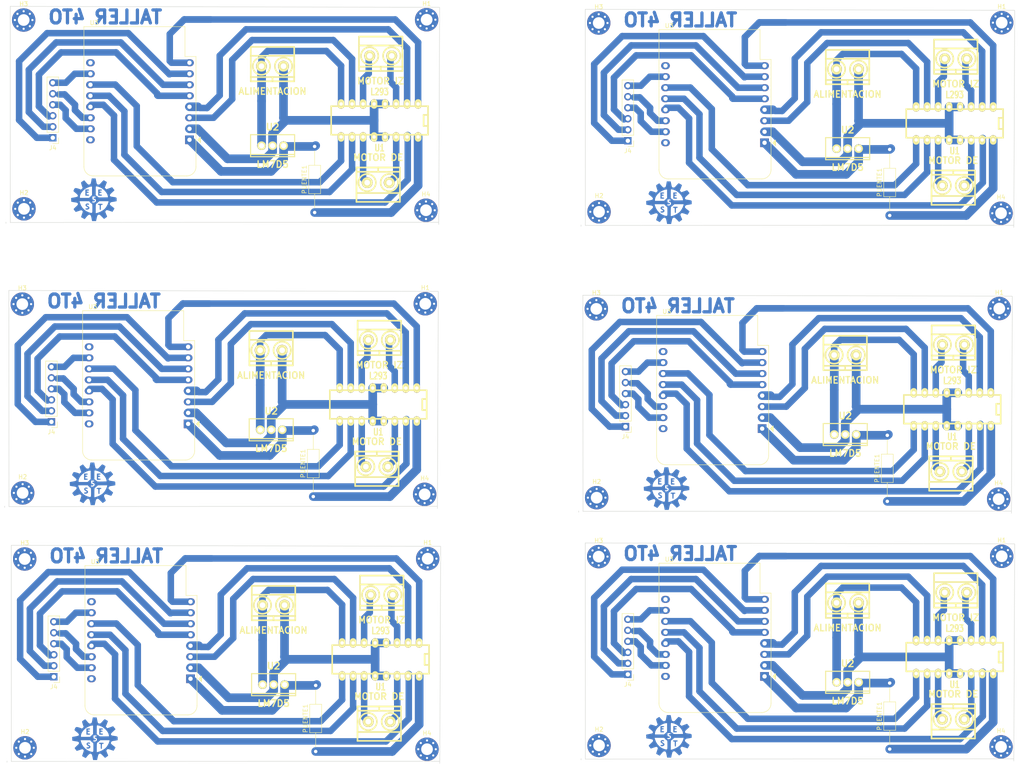
<source format=kicad_pcb>
(kicad_pcb (version 20211014) (generator pcbnew)
  (layers (0 "F.Cu" signal) (31 "B.Cu" signal) (34 "B.Paste" user) (35 "F.Paste" user) (36 "B.SilkS" user "B.Silkscreen") (37 "F.SilkS" user "F.Silkscreen") (38 "B.Mask" user) (39 "F.Mask" user) (44 "Edge.Cuts" user))
  (net 0 "")
  (net 1 "+5V")
  (net 2 "/VCC2")
  (net 3 "GND")
  (net 4 "/D2")
  (net 5 "/D1")
  (net 7 "/GPio3")
  (net 8 "/A0")
  (net 9 "+3V3")
  (net 10 "Net-(J2-Pad1)")
  (net 11 "Net-(J2-Pad2)")
  (net 12 "Net-(J3-Pad1)")
  (net 13 "Net-(J3-Pad2)")
  (net 14 "/D7")
  (net 15 "/D8")
  (net 16 "/IN1")
  (net 17 "/IN2")
  (net 18 "/IN3")
  (net 19 "/IN4")
  (net 20 "/ENA")
  (net 21 "/ENB")
  (footprint "EESTN5:Logo_EESTN5_Cu" (layer "F.Cu") (at 39.37886 187.465334)
    (fp_text reference "G***" hide)
    (fp_text value "LOGO" hide)
  )
  (footprint "EESTN5:BORNERA2_AZUL" (layer "F.Cu") (at 80.36 32.34)
    (fp_text reference "J1" hide)
    (fp_text value "ALIMENTACION")
  )
  (footprint "DRIVER:DIP_16-300" (layer "F.Cu") (at 237.245 111.525 180)
    (fp_text reference "U1")
    (fp_text value "L293")
  )
  (footprint "EESTN5:BORNERA2_AZUL" (layer "F.Cu") (at 105.335489 29.96)
    (fp_text reference "J2" hide)
    (fp_text value "MOTOR IZ")
  )
  (footprint "MountingHole:MountingHole_2.7mm_Pad_Via" (layer "F.Cu") (at 22.935 21.69)
    (fp_text reference "H3")
    (fp_text value "MountingHole")
  )
  (footprint "MountingHole:MountingHole_2.7mm_Pad_Via" (layer "F.Cu") (at 115.625 87.175)
    (fp_text reference "H1")
    (fp_text value "MountingHole")
  )
  (footprint "MountingHole:MountingHole_2.7mm_Pad_Via" (layer "F.Cu") (at 22.625 87.25)
    (fp_text reference "H3")
    (fp_text value "MountingHole")
  )
  (footprint "EESTN5:BORNERA2_AZUL" (layer "F.Cu") (at 213.075 33.025)
    (fp_text reference "J1" hide)
    (fp_text value "ALIMENTACION")
  )
  (footprint "EESTN5:TO-220" (layer "F.Cu") (at 80.625 175.075 180)
    (fp_text reference "U2")
    (fp_text value "LM7D5")
  )
  (footprint "MountingHole:MountingHole_2.7mm_Pad_Via" (layer "F.Cu") (at 155.1 88.35)
    (fp_text reference "H3")
    (fp_text value "MountingHole")
  )
  (footprint "EESTN5:TO-220" (layer "F.Cu") (at 80.385 50.69 180)
    (fp_text reference "U2")
    (fp_text value "LM7D5")
  )
  (footprint "EESTN5:TO-220" (layer "F.Cu") (at 80.075 116.25 180)
    (fp_text reference "U2")
    (fp_text value "LM7D5")
  )
  (footprint "DRIVER:DIP_16-300" (layer "F.Cu") (at 104.77 110.425 180)
    (fp_text reference "U1")
    (fp_text value "L293")
  )
  (footprint "EESTN5:TO-220" (layer "F.Cu") (at 213.1 174.525 180)
    (fp_text reference "U2")
    (fp_text value "LM7D5")
  )
  (footprint "MountingHole:MountingHole_2.7mm_Pad_Via" (layer "F.Cu") (at 116.025 189.975)
    (fp_text reference "H4")
    (fp_text value "MountingHole")
  )
  (footprint "EESTN5:BORNERA2_AZUL" (layer "F.Cu") (at 213.075 156.175)
    (fp_text reference "J1" hide)
    (fp_text value "ALIMENTACION")
  )
  (footprint "MountingHole:MountingHole_2.7mm_Pad_Via" (layer "F.Cu") (at 23.25 189.65)
    (fp_text reference "H2")
    (fp_text value "MountingHole")
  )
  (footprint "EESTN5:BORNERA2_AZUL" (layer "F.Cu") (at 238.050489 153.795)
    (fp_text reference "J2" hide)
    (fp_text value "MOTOR IZ")
  )
  (footprint "EESTN5:Logo_EESTN5_Cu" (layer "F.Cu") (at 171.85386 186.915334)
    (fp_text reference "G***" hide)
    (fp_text value "LOGO" hide)
  )
  (footprint "EESTN5:BORNERA2_AZUL" (layer "F.Cu") (at 105.575489 154.345)
    (fp_text reference "J2" hide)
    (fp_text value "MOTOR IZ")
  )
  (footprint "MountingHole:MountingHole_2.7mm_Pad_Via" (layer "F.Cu") (at 155.65 145.525)
    (fp_text reference "H3")
    (fp_text value "MountingHole")
  )
  (footprint "MountingHole:MountingHole_2.7mm_Pad_Via" (layer "F.Cu") (at 22.7 130.825)
    (fp_text reference "H2")
    (fp_text value "MountingHole")
  )
  (footprint "Module:WEMOS_D1_mini_light" (layer "F.Cu") (at 60.895 114.89 180)
    (fp_text reference "U3")
    (fp_text value "WeMos_mini")
  )
  (footprint "Resistor_THT:R_Axial_DIN0207_L6.3mm_D2.5mm_P15.24mm_Horizontal" (layer "F.Cu") (at 90.325 190.495 90)
    (fp_text reference "PUENTE1")
    (fp_text value "PUENTE")
  )
  (footprint "EESTN5:BORNERA2_AZUL" (layer "F.Cu") (at 237.475 59.89875 180)
    (fp_text reference "J3" hide)
    (fp_text value "MOTOR DE")
  )
  (footprint "EESTN5:Logo_EESTN5_Cu" (layer "F.Cu") (at 38.82886 128.640334)
    (fp_text reference "G***" hide)
    (fp_text value "LOGO" hide)
  )
  (footprint "Resistor_THT:R_Axial_DIN0207_L6.3mm_D2.5mm_P15.24mm_Horizontal" (layer "F.Cu") (at 89.775 131.67 90)
    (fp_text reference "PUENTE1")
    (fp_text value "PUENTE")
  )
  (footprint "EESTN5:BORNERA2_AZUL" (layer "F.Cu") (at 212.525 99)
    (fp_text reference "J1" hide)
    (fp_text value "ALIMENTACION")
  )
  (footprint "Connector_PinHeader_2.54mm:PinHeader_1x06_P2.54mm_Vertical" (layer "F.Cu") (at 162.375 49.55 180)
    (fp_text reference "J4")
    (fp_text value "Conn_01x06_Male")
  )
  (footprint "Connector_PinHeader_2.54mm:PinHeader_1x06_P2.54mm_Vertical" (layer "F.Cu") (at 162.375 172.7 180)
    (fp_text reference "J4")
    (fp_text value "Conn_01x06_Male")
  )
  (footprint "MountingHole:MountingHole_2.7mm_Pad_Via" (layer "F.Cu") (at 23.175 146.075)
    (fp_text reference "H3")
    (fp_text value "MountingHole")
  )
  (footprint "EESTN5:Logo_EESTN5_Cu" (layer "F.Cu") (at 171.85386 63.765334)
    (fp_text reference "G***" hide)
    (fp_text value "LOGO" hide)
  )
  (footprint "MountingHole:MountingHole_2.7mm_Pad_Via" (layer "F.Cu") (at 248.65 22.3)
    (fp_text reference "H1")
    (fp_text value "MountingHole")
  )
  (footprint "Resistor_THT:R_Axial_DIN0207_L6.3mm_D2.5mm_P15.24mm_Horizontal" (layer "F.Cu") (at 90.085 66.11 90)
    (fp_text reference "PUENTE1")
    (fp_text value "PUENTE")
  )
  (footprint "EESTN5:BORNERA2_AZUL" (layer "F.Cu") (at 105.025489 95.52)
    (fp_text reference "J2" hide)
    (fp_text value "MOTOR IZ")
  )
  (footprint "Resistor_THT:R_Axial_DIN0207_L6.3mm_D2.5mm_P15.24mm_Horizontal" (layer "F.Cu") (at 222.8 189.945 90)
    (fp_text reference "PUENTE1")
    (fp_text value "PUENTE")
  )
  (footprint "Resistor_THT:R_Axial_DIN0207_L6.3mm_D2.5mm_P15.24mm_Horizontal" (layer "F.Cu") (at 222.8 66.795 90)
    (fp_text reference "PUENTE1")
    (fp_text value "PUENTE")
  )
  (footprint "MountingHole:MountingHole_2.7mm_Pad_Via" (layer "F.Cu") (at 115.475 131.15)
    (fp_text reference "H4")
    (fp_text value "MountingHole")
  )
  (footprint "DRIVER:DIP_16-300" (layer "F.Cu") (at 237.795 168.7 180)
    (fp_text reference "U1")
    (fp_text value "L293")
  )
  (footprint "MountingHole:MountingHole_2.7mm_Pad_Via" (layer "F.Cu") (at 115.935 21.615)
    (fp_text reference "H1")
    (fp_text value "MountingHole")
  )
  (footprint "EESTN5:BORNERA2_AZUL" (layer "F.Cu") (at 80.05 97.9)
    (fp_text reference "J1" hide)
    (fp_text value "ALIMENTACION")
  )
  (footprint "Connector_PinHeader_2.54mm:PinHeader_1x06_P2.54mm_Vertical" (layer "F.Cu") (at 161.825 115.525 180)
    (fp_text reference "J4")
    (fp_text value "Conn_01x06_Male")
  )
  (footprint "MountingHole:MountingHole_2.7mm_Pad_Via" (layer "F.Cu") (at 248.65 145.45)
    (fp_text reference "H1")
    (fp_text value "MountingHole")
  )
  (footprint "Module:WEMOS_D1_mini_light" (layer "F.Cu") (at 61.205 49.33 180)
    (fp_text reference "U3")
    (fp_text value "WeMos_mini")
  )
  (footprint "Connector_PinHeader_2.54mm:PinHeader_1x06_P2.54mm_Vertical" (layer "F.Cu") (at 29.9 173.25 180)
    (fp_text reference "J4")
    (fp_text value "Conn_01x06_Male")
  )
  (footprint "Connector_PinHeader_2.54mm:PinHeader_1x06_P2.54mm_Vertical" (layer "F.Cu") (at 29.66 48.865 180)
    (fp_text reference "J4")
    (fp_text value "Conn_01x06_Male")
  )
  (footprint "DRIVER:DIP_16-300" (layer "F.Cu") (at 237.795 45.55 180)
    (fp_text reference "U1")
    (fp_text value "L293")
  )
  (footprint "MountingHole:MountingHole_2.7mm_Pad_Via" (layer "F.Cu") (at 247.95 132.25)
    (fp_text reference "H4")
    (fp_text value "MountingHole")
  )
  (footprint "MountingHole:MountingHole_2.7mm_Pad_Via" (layer "F.Cu") (at 248.1 88.275)
    (fp_text reference "H1")
    (fp_text value "MountingHole")
  )
  (footprint "MountingHole:MountingHole_2.7mm_Pad_Via" (layer "F.Cu") (at 248.5 66.275)
    (fp_text reference "H4")
    (fp_text value "MountingHole")
  )
  (footprint "EESTN5:BORNERA2_AZUL" (layer "F.Cu") (at 104.76 59.21375 180)
    (fp_text reference "J3" hide)
    (fp_text value "MOTOR DE")
  )
  (footprint "EESTN5:TO-220" (layer "F.Cu") (at 212.55 117.35 180)
    (fp_text reference "U2")
    (fp_text value "LM7D5")
  )
  (footprint "Module:WEMOS_D1_mini_light" (layer "F.Cu") (at 61.445 173.715 180)
    (fp_text reference "U3")
    (fp_text value "WeMos_mini")
  )
  (footprint "EESTN5:TO-220" (layer "F.Cu") (at 213.1 51.375 180)
    (fp_text reference "U2")
    (fp_text value "LM7D5")
  )
  (footprint "EESTN5:BORNERA2_AZUL" (layer "F.Cu") (at 104.45 124.77375 180)
    (fp_text reference "J3" hide)
    (fp_text value "MOTOR DE")
  )
  (footprint "Module:WEMOS_D1_mini_light" (layer "F.Cu") (at 193.92 50.015 180)
    (fp_text reference "U3")
    (fp_text value "WeMos_mini")
  )
  (footprint "EESTN5:BORNERA2_AZUL" (layer "F.Cu") (at 105 183.59875 180)
    (fp_text reference "J3" hide)
    (fp_text value "MOTOR DE")
  )
  (footprint "MountingHole:MountingHole_2.7mm_Pad_Via" (layer "F.Cu") (at 155.65 22.375)
    (fp_text reference "H3")
    (fp_text value "MountingHole")
  )
  (footprint "Resistor_THT:R_Axial_DIN0207_L6.3mm_D2.5mm_P15.24mm_Horizontal" (layer "F.Cu") (at 222.25 132.77 90)
    (fp_text reference "PUENTE1")
    (fp_text value "PUENTE")
  )
  (footprint "EESTN5:BORNERA2_AZUL" (layer "F.Cu") (at 80.6 156.725)
    (fp_text reference "J1" hide)
    (fp_text value "ALIMENTACION")
  )
  (footprint "EESTN5:BORNERA2_AZUL" (layer "F.Cu") (at 237.475 183.04875 180)
    (fp_text reference "J3" hide)
    (fp_text value "MOTOR DE")
  )
  (footprint "EESTN5:BORNERA2_AZUL" (layer "F.Cu") (at 238.050489 30.645)
    (fp_text reference "J2" hide)
    (fp_text value "MOTOR IZ")
  )
  (footprint "EESTN5:Logo_EESTN5_Cu" (layer "F.Cu") (at 39.13886 63.080334)
    (fp_text reference "G***" hide)
    (fp_text value "LOGO" hide)
  )
  (footprint "DRIVER:DIP_16-300" (layer "F.Cu") (at 105.08 44.865 180)
    (fp_text reference "U1")
    (fp_text value "L293")
  )
  (footprint "MountingHole:MountingHole_2.7mm_Pad_Via" (layer "F.Cu") (at 23.01 65.265)
    (fp_text reference "H2")
    (fp_text value "MountingHole")
  )
  (footprint "MountingHole:MountingHole_2.7mm_Pad_Via" (layer "F.Cu") (at 248.5 189.425)
    (fp_text reference "H4")
    (fp_text value "MountingHole")
  )
  (footprint "MountingHole:MountingHole_2.7mm_Pad_Via" (layer "F.Cu") (at 155.725 189.1)
    (fp_text reference "H2")
    (fp_text value "MountingHole")
  )
  (footprint "MountingHole:MountingHole_2.7mm_Pad_Via" (layer "F.Cu") (at 116.175 146)
    (fp_text reference "H1")
    (fp_text value "MountingHole")
  )
  (footprint "EESTN5:Logo_EESTN5_Cu" (layer "F.Cu") (at 171.30386 129.740334)
    (fp_text reference "G***" hide)
    (fp_text value "LOGO" hide)
  )
  (footprint "Connector_PinHeader_2.54mm:PinHeader_1x06_P2.54mm_Vertical" (layer "F.Cu") (at 29.35 114.425 180)
    (fp_text reference "J4")
    (fp_text value "Conn_01x06_Male")
  )
  (footprint "Module:WEMOS_D1_mini_light" (layer "F.Cu") (at 193.37 115.99 180)
    (fp_text reference "U3")
    (fp_text value "WeMos_mini")
  )
  (footprint "MountingHole:MountingHole_2.7mm_Pad_Via" (layer "F.Cu") (at 155.725 65.95)
    (fp_text reference "H2")
    (fp_text value "MountingHole")
  )
  (footprint "Module:WEMOS_D1_mini_light" (layer "F.Cu") (at 193.92 173.165 180)
    (fp_text reference "U3")
    (fp_text value "WeMos_mini")
  )
  (footprint "DRIVER:DIP_16-300" (layer "F.Cu") (at 105.32 169.25 180)
    (fp_text reference "U1")
    (fp_text value "L293")
  )
  (footprint "EESTN5:BORNERA2_AZUL" (layer "F.Cu") (at 237.500489 96.62)
    (fp_text reference "J2" hide)
    (fp_text value "MOTOR IZ")
  )
  (footprint "MountingHole:MountingHole_2.7mm_Pad_Via" (layer "F.Cu") (at 115.785 65.59)
    (fp_text reference "H4")
    (fp_text value "MountingHole")
  )
  (footprint "EESTN5:BORNERA2_AZUL" (layer "F.Cu") (at 236.925 125.87375 180)
    (fp_text reference "J3" hide)
    (fp_text value "MOTOR DE")
  )
  (footprint "MountingHole:MountingHole_2.7mm_Pad_Via" (layer "F.Cu") (at 155.175 131.925)
    (fp_text reference "H2")
    (fp_text value "MountingHole")
  )
  (gr_line (start 151.02 134.9625) (end 151.02 135.28) (layer "Edge.Cuts") (width 0.1))
  (gr_line (start 251.575 142.5875) (end 152.55 142.37625) (layer "Edge.Cuts") (width 0.1))
  (gr_line (start 151.57 192.1375) (end 151.57 192.455) (layer "Edge.Cuts") (width 0.1))
  (gr_line (start 19.095 192.6875) (end 19.095 193.005) (layer "Edge.Cuts") (width 0.1))
  (gr_line (start 251.45 69.55) (end 251.65 19.45) (layer "Edge.Cuts") (width 0.1))
  (gr_line (start 19.835 18.54125) (end 19.86 68.415) (layer "Edge.Cuts") (width 0.1))
  (gr_line (start 152.55 19.22625) (end 152.575 69.1) (layer "Edge.Cuts") (width 0.1))
  (gr_line (start 18.545 133.8625) (end 18.545 134.18) (layer "Edge.Cuts") (width 0.1))
  (gr_line (start 118.55 84.3125) (end 19.525 84.10125) (layer "Edge.Cuts") (width 0.1))
  (gr_line (start 20.075 142.92625) (end 20.1 192.8) (layer "Edge.Cuts") (width 0.1))
  (gr_line (start 152.025 135.075) (end 250.855 135.02) (layer "Edge.Cuts") (width 0.1))
  (gr_line (start 118.425 134.425) (end 118.625 84.325) (layer "Edge.Cuts") (width 0.1))
  (gr_line (start 152 85.20125) (end 152.025 135.075) (layer "Edge.Cuts") (width 0.1))
  (gr_line (start 250.9 135.525) (end 251.1 85.425) (layer "Edge.Cuts") (width 0.1))
  (gr_line (start 251.575 19.4375) (end 152.55 19.22625) (layer "Edge.Cuts") (width 0.1))
  (gr_line (start 19.86 68.415) (end 118.69 68.36) (layer "Edge.Cuts") (width 0.1))
  (gr_line (start 19.525 84.10125) (end 19.55 133.975) (layer "Edge.Cuts") (width 0.1))
  (gr_line (start 251.45 192.7) (end 251.65 142.6) (layer "Edge.Cuts") (width 0.1))
  (gr_line (start 118.975 193.25) (end 119.175 143.15) (layer "Edge.Cuts") (width 0.1))
  (gr_line (start 151.57 68.9875) (end 151.57 69.305) (layer "Edge.Cuts") (width 0.1))
  (gr_line (start 19.55 133.975) (end 118.38 133.92) (layer "Edge.Cuts") (width 0.1))
  (gr_line (start 18.855 68.3025) (end 18.855 68.62) (layer "Edge.Cuts") (width 0.1))
  (gr_line (start 119.1 143.1375) (end 20.075 142.92625) (layer "Edge.Cuts") (width 0.1))
  (gr_line (start 152.55 142.37625) (end 152.575 192.25) (layer "Edge.Cuts") (width 0.1))
  (gr_line (start 152.575 69.1) (end 251.405 69.045) (layer "Edge.Cuts") (width 0.1))
  (gr_line (start 118.86 18.7525) (end 19.835 18.54125) (layer "Edge.Cuts") (width 0.1))
  (gr_line (start 251.025 85.4125) (end 152 85.20125) (layer "Edge.Cuts") (width 0.1))
  (gr_line (start 20.1 192.8) (end 118.93 192.745) (layer "Edge.Cuts") (width 0.1))
  (gr_line (start 152.575 192.25) (end 251.405 192.195) (layer "Edge.Cuts") (width 0.1))
  (gr_line (start 118.735 68.865) (end 118.935 18.765) (layer "Edge.Cuts") (width 0.1))
  (gr_text "TALLER 4TO" (at 41.45 86.575) (layer "B.Cu") (effects (font (size 3 3) (thickness 0.75)) (justify mirror)))
  (gr_text "TALLER 4TO" (at 41.76 21.015) (layer "B.Cu") (effects (font (size 3 3) (thickness 0.75)) (justify mirror)))
  (gr_text "TALLER 4TO" (at 174.475 144.85) (layer "B.Cu") (effects (font (size 3 3) (thickness 0.75)) (justify mirror)))
  (gr_text "TALLER 4TO" (at 174.475 21.7) (layer "B.Cu") (effects (font (size 3 3) (thickness 0.75)) (justify mirror)))
  (gr_text "TALLER 4TO" (at 42 145.4) (layer "B.Cu") (effects (font (size 3 3) (thickness 0.75)) (justify mirror)))
  (gr_text "TALLER 4TO" (at 173.925 87.675) (layer "B.Cu") (effects (font (size 3 3) (thickness 0.75)) (justify mirror)))
  (segment (start 215.64 51.375) (end 215.64 54.41) (width 2) (layer "B.Cu") (net 1))
  (segment (start 90.325 175.255) (end 83.345 175.255) (width 2) (layer "B.Cu") (net 1))
  (segment (start 223.025 51.375) (end 223.05 51.35) (width 2) (layer "B.Cu") (net 1))
  (segment (start 222.8 66.795) (end 240.455 66.795) (width 2) (layer "B.Cu") (net 1))
  (segment (start 222.8 174.705) (end 215.82 174.705) (width 2) (layer "B.Cu") (net 1))
  (segment (start 239.905 132.77) (end 246.135 126.54) (width 2) (layer "B.Cu") (net 1))
  (segment (start 113.97 59.88) (end 113.97 48.675) (width 2) (layer "B.Cu") (net 1))
  (segment (start 222.475 117.35) (end 222.5 117.325) (width 2) (layer "B.Cu") (net 1))
  (segment (start 68.73 181) (end 61.445 173.715) (width 2) (layer "B.Cu") (net 1))
  (segment (start 215.64 177.56) (end 212.75 180.45) (width 2) (layer "B.Cu") (net 1))
  (segment (start 79.725 122.175) (end 68.18 122.175) (width 2) (layer "B.Cu") (net 1))
  (segment (start 107.98 190.495) (end 114.21 184.265) (width 2) (layer "B.Cu") (net 1))
  (segment (start 215.09 120.385) (end 212.2 123.275) (width 2) (layer "B.Cu") (net 1))
  (segment (start 223.025 174.525) (end 223.05 174.5) (width 2) (layer "B.Cu") (net 1))
  (segment (start 82.615 119.285) (end 79.725 122.175) (width 2) (layer "B.Cu") (net 1))
  (segment (start 222.25 117.53) (end 215.27 117.53) (width 2) (layer "B.Cu") (net 1))
  (segment (start 90.085 50.87) (end 83.105 50.87) (width 2) (layer "B.Cu") (net 1))
  (segment (start 215.64 174.525) (end 215.64 177.56) (width 2) (layer "B.Cu") (net 1))
  (segment (start 83.165 175.075) (end 83.165 178.11) (width 2) (layer "B.Cu") (net 1))
  (segment (start 212.75 180.45) (end 201.205 180.45) (width 2) (layer "B.Cu") (net 1))
  (segment (start 68.49 56.615) (end 61.205 49.33) (width 2) (layer "B.Cu") (net 1))
  (segment (start 246.135 126.54) (end 246.135 115.335) (width 2) (layer "B.Cu") (net 1))
  (segment (start 80.275 181) (end 68.73 181) (width 2) (layer "B.Cu") (net 1))
  (segment (start 83.105 50.87) (end 82.925 50.69) (width 2) (layer "B.Cu") (net 1))
  (segment (start 82.615 116.25) (end 82.615 119.285) (width 2) (layer "B.Cu") (net 1))
  (segment (start 80.035 56.615) (end 68.49 56.615) (width 2) (layer "B.Cu") (net 1))
  (segment (start 83.345 175.255) (end 83.165 175.075) (width 2) (layer "B.Cu") (net 1))
  (segment (start 215.82 51.555) (end 215.64 51.375) (width 2) (layer "B.Cu") (net 1))
  (segment (start 107.43 131.67) (end 113.66 125.44) (width 2) (layer "B.Cu") (net 1))
  (segment (start 89.775 131.67) (end 107.43 131.67) (width 2) (layer "B.Cu") (net 1))
  (segment (start 212.75 57.3) (end 201.205 57.3) (width 2) (layer "B.Cu") (net 1))
  (segment (start 90.31 50.69) (end 90.335 50.665) (width 2) (layer "B.Cu") (net 1))
  (segment (start 240.455 189.945) (end 246.685 183.715) (width 2) (layer "B.Cu") (net 1))
  (segment (start 222.25 132.77) (end 239.905 132.77) (width 2) (layer "B.Cu") (net 1))
  (segment (start 90 116.25) (end 90.025 116.225) (width 2) (layer "B.Cu") (net 1))
  (segment (start 107.74 66.11) (end 113.97 59.88) (width 2) (layer "B.Cu") (net 1))
  (segment (start 215.82 174.705) (end 215.64 174.525) (width 2) (layer "B.Cu") (net 1))
  (segment (start 222.8 189.945) (end 240.455 189.945) (width 2) (layer "B.Cu") (net 1))
  (segment (start 82.925 53.725) (end 80.035 56.615) (width 2) (layer "B.Cu") (net 1))
  (segment (start 215.27 117.53) (end 215.09 117.35) (width 2) (layer "B.Cu") (net 1))
  (segment (start 215.09 117.35) (end 215.09 120.385) (width 2) (layer "B.Cu") (net 1))
  (segment (start 90.55 175.075) (end 90.575 175.05) (width 2) (layer "B.Cu") (net 1))
  (segment (start 82.795 116.43) (end 82.615 116.25) (width 2) (layer "B.Cu") (net 1))
  (segment (start 215.64 54.41) (end 212.75 57.3) (width 2) (layer "B.Cu") (net 1))
  (segment (start 201.205 180.45) (end 193.92 173.165) (width 2) (layer "B.Cu") (net 1))
  (segment (start 82.925 50.69) (end 82.925 53.725) (width 2) (layer "B.Cu") (net 1))
  (segment (start 200.655 123.275) (end 193.37 115.99) (width 2) (layer "B.Cu") (net 1))
  (segment (start 222.8 51.555) (end 215.82 51.555) (width 2) (layer "B.Cu") (net 1))
  (segment (start 246.685 60.565) (end 246.685 49.36) (width 2) (layer "B.Cu") (net 1))
  (segment (start 240.455 66.795) (end 246.685 60.565) (width 2) (layer "B.Cu") (net 1))
  (segment (start 113.66 125.44) (end 113.66 114.235) (width 2) (layer "B.Cu") (net 1))
  (segment (start 89.775 116.43) (end 82.795 116.43) (width 2) (layer "B.Cu") (net 1))
  (segment (start 90.085 66.11) (end 107.74 66.11) (width 2) (layer "B.Cu") (net 1))
  (segment (start 83.165 178.11) (end 80.275 181) (width 2) (layer "B.Cu") (net 1))
  (segment (start 114.21 184.265) (end 114.21 173.06) (width 2) (layer "B.Cu") (net 1))
  (segment (start 246.685 183.715) (end 246.685 172.51) (width 2) (layer "B.Cu") (net 1))
  (segment (start 201.205 57.3) (end 193.92 50.015) (width 2) (layer "B.Cu") (net 1))
  (segment (start 68.18 122.175) (end 60.895 114.89) (width 2) (layer "B.Cu") (net 1))
  (segment (start 212.2 123.275) (end 200.655 123.275) (width 2) (layer "B.Cu") (net 1))
  (segment (start 90.325 190.495) (end 107.98 190.495) (width 2) (layer "B.Cu") (net 1))
  (segment (start 96.43 156.605) (end 96.43 165.44) (width 1.5) (layer "B.Cu") (net 2))
  (segment (start 209.985 96.915) (end 211.4 95.5) (width 1.5) (layer "B.Cu") (net 2))
  (segment (start 77.845 32.365) (end 77.82 32.34) (width 2) (layer "B.Cu") (net 2))
  (segment (start 211.95 152.675) (end 225.525 152.675) (width 1.5) (layer "B.Cu") (net 2))
  (segment (start 78.085 175.075) (end 78.085 164.76) (width 2) (layer "B.Cu") (net 2))
  (segment (start 209.985 99) (end 209.985 96.915) (width 1.5) (layer "B.Cu") (net 2))
  (segment (start 224.975 95.5) (end 228.355 98.88) (width 1.5) (layer "B.Cu") (net 2))
  (segment (start 79.235 28.84) (end 92.81 28.84) (width 1.5) (layer "B.Cu") (net 2))
  (segment (start 210.56 51.375) (end 210.56 41.06) (width 2) (layer "B.Cu") (net 2))
  (segment (start 210.56 33.05) (end 210.535 33.025) (width 2) (layer "B.Cu") (net 2))
  (segment (start 210.01 117.35) (end 210.01 107.035) (width 2) (layer "B.Cu") (net 2))
  (segment (start 210.535 33.025) (end 210.535 30.94) (width 1.5) (layer "B.Cu") (net 2))
  (segment (start 225.525 29.525) (end 228.905 32.905) (width 1.5) (layer "B.Cu") (net 2))
  (segment (start 228.905 156.055) (end 228.905 164.89) (width 1.5) (layer "B.Cu") (net 2))
  (segment (start 210.56 156.2) (end 210.535 156.175) (width 2) (layer "B.Cu") (net 2))
  (segment (start 210.01 107.035) (end 210.01 99.025) (width 2) (layer "B.Cu") (net 2))
  (segment (start 77.82 32.34) (end 77.82 30.255) (width 1.5) (layer "B.Cu") (net 2))
  (segment (start 77.535 105.935) (end 77.535 97.925) (width 2) (layer "B.Cu") (net 2))
  (segment (start 78.06 154.64) (end 79.475 153.225) (width 1.5) (layer "B.Cu") (net 2))
  (segment (start 228.355 98.88) (end 228.355 107.715) (width 1.5) (layer "B.Cu") (net 2))
  (segment (start 210.535 30.94) (end 211.95 29.525) (width 1.5) (layer "B.Cu") (net 2))
  (segment (start 77.535 116.25) (end 77.535 105.935) (width 2) (layer "B.Cu") (net 2))
  (segment (start 77.845 50.69) (end 77.845 40.375) (width 2) (layer "B.Cu") (net 2))
  (segment (start 77.845 40.375) (end 77.845 32.365) (width 2) (layer "B.Cu") (net 2))
  (segment (start 78.085 164.76) (end 78.085 156.75) (width 2) (layer "B.Cu") (net 2))
  (segment (start 92.5 94.4) (end 95.88 97.78) (width 1.5) (layer "B.Cu") (net 2))
  (segment (start 93.05 153.225) (end 96.43 156.605) (width 1.5) (layer "B.Cu") (net 2))
  (segment (start 77.51 95.815) (end 78.925 94.4) (width 1.5) (layer "B.Cu") (net 2))
  (segment (start 77.535 97.925) (end 77.51 97.9) (width 2) (layer "B.Cu") (net 2))
  (segment (start 210.56 174.525) (end 210.56 164.21) (width 2) (layer "B.Cu") (net 2))
  (segment (start 211.95 29.525) (end 225.525 29.525) (width 1.5) (layer "B.Cu") (net 2))
  (segment (start 210.56 41.06) (end 210.56 33.05) (width 2) (layer "B.Cu") (net 2))
  (segment (start 210.535 154.09) (end 211.95 152.675) (width 1.5) (layer "B.Cu") (net 2))
  (segment (start 78.925 94.4) (end 92.5 94.4) (width 1.5) (layer "B.Cu") (net 2))
  (segment (start 210.535 156.175) (end 210.535 154.09) (width 1.5) (layer "B.Cu") (net 2))
  (segment (start 92.81 28.84) (end 96.19 32.22) (width 1.5) (layer "B.Cu") (net 2))
  (segment (start 210.56 164.21) (end 210.56 156.2) (width 2) (layer "B.Cu") (net 2))
  (segment (start 77.82 30.255) (end 79.235 28.84) (width 1.5) (layer "B.Cu") (net 2))
  (segment (start 95.88 97.78) (end 95.88 106.615) (width 1.5) (layer "B.Cu") (net 2))
  (segment (start 78.06 156.725) (end 78.06 154.64) (width 1.5) (layer "B.Cu") (net 2))
  (segment (start 225.525 152.675) (end 228.905 156.055) (width 1.5) (layer "B.Cu") (net 2))
  (segment (start 96.19 32.22) (end 96.19 41.055) (width 1.5) (layer "B.Cu") (net 2))
  (segment (start 79.475 153.225) (end 93.05 153.225) (width 1.5) (layer "B.Cu") (net 2))
  (segment (start 78.085 156.75) (end 78.06 156.725) (width 2) (layer "B.Cu") (net 2))
  (segment (start 210.01 99.025) (end 209.985 99) (width 2) (layer "B.Cu") (net 2))
  (segment (start 211.4 95.5) (end 224.975 95.5) (width 1.5) (layer "B.Cu") (net 2))
  (segment (start 228.905 32.905) (end 228.905 41.74) (width 1.5) (layer "B.Cu") (net 2))
  (segment (start 77.51 97.9) (end 77.51 95.815) (width 1.5) (layer "B.Cu") (net 2))
  (segment (start 80.385 50.69) (end 80.385 47.915) (width 2) (layer "B.Cu") (net 3))
  (segment (start 212.55 118.764213) (end 210.939213 120.375) (width 2) (layer "B.Cu") (net 3))
  (segment (start 80.385 50.69) (end 80.385 52.104213) (width 2) (layer "B.Cu") (net 3))
  (segment (start 104.05 173.06) (end 104.05 169.225) (width 2) (layer "B.Cu") (net 3))
  (segment (start 215.615 33.025) (end 215.615 44.965) (width 2) (layer "B.Cu") (net 3))
  (segment (start 212.55 114.575) (end 215.625 111.5) (width 2) (layer "B.Cu") (net 3))
  (segment (start 80.625 175.075) (end 80.625 176.489213) (width 2) (layer "B.Cu") (net 3))
  (segment (start 69.68 119.275) (end 62.755 112.35) (width 2) (layer "B.Cu") (net 3))
  (segment (start 195.78 170.625) (end 193.92 170.625) (width 2) (layer "B.Cu") (net 3))
  (segment (start 104.05 169.225) (end 104.05 165.44) (width 2) (layer "B.Cu") (net 3))
  (segment (start 78.774213 53.715) (end 69.99 53.715) (width 2) (layer "B.Cu") (net 3))
  (segment (start 215.065 99) (end 215.065 110.94) (width 2) (layer "B.Cu") (net 3))
  (segment (start 80.075 117.664213) (end 78.464213 119.275) (width 2) (layer "B.Cu") (net 3))
  (segment (start 202.705 177.55) (end 195.78 170.625) (width 2) (layer "B.Cu") (net 3))
  (segment (start 103.81 48.675) (end 103.81 44.84) (width 2) (layer "B.Cu") (net 3))
  (segment (start 103.81 44.84) (end 103.81 41.055) (width 2) (layer "B.Cu") (net 3))
  (segment (start 83.14 168.665) (end 83.7 169.225) (width 2) (layer "B.Cu") (net 3))
  (segment (start 236.525 168.675) (end 236.525 164.89) (width 2) (layer "B.Cu") (net 3))
  (segment (start 213.1 175.939213) (end 211.489213 177.55) (width 2) (layer "B.Cu") (net 3))
  (segment (start 82.59 97.9) (end 82.59 109.84) (width 2) (layer "B.Cu") (net 3))
  (segment (start 80.075 113.475) (end 83.15 110.4) (width 2) (layer "B.Cu") (net 3))
  (segment (start 80.385 52.104213) (end 78.774213 53.715) (width 2) (layer "B.Cu") (net 3))
  (segment (start 213.1 174.525) (end 213.1 175.939213) (width 2) (layer "B.Cu") (net 3))
  (segment (start 213.1 51.375) (end 213.1 52.789213) (width 2) (layer "B.Cu") (net 3))
  (segment (start 236.525 172.51) (end 236.525 168.675) (width 2) (layer "B.Cu") (net 3))
  (segment (start 212.55 117.35) (end 212.55 114.575) (width 2) (layer "B.Cu") (net 3))
  (segment (start 212.55 117.35) (end 212.55 118.764213) (width 2) (layer "B.Cu") (net 3))
  (segment (start 80.385 47.915) (end 83.46 44.84) (width 2) (layer "B.Cu") (net 3))
  (segment (start 213.1 171.75) (end 216.175 168.675) (width 2) (layer "B.Cu") (net 3))
  (segment (start 213.1 48.6) (end 216.175 45.525) (width 2) (layer "B.Cu") (net 3))
  (segment (start 106.35 48.675) (end 103.81 48.675) (width 2) (layer "B.Cu") (net 3))
  (segment (start 83.46 44.84) (end 103.81 44.84) (width 2) (layer "B.Cu") (net 3))
  (segment (start 213.1 51.375) (end 213.1 48.6) (width 2) (layer "B.Cu") (net 3))
  (segment (start 215.615 44.965) (end 216.175 45.525) (width 2) (layer "B.Cu") (net 3))
  (segment (start 239.065 41.74) (end 236.525 41.74) (width 2) (layer "B.Cu") (net 3))
  (segment (start 236.525 45.525) (end 236.525 41.74) (width 2) (layer "B.Cu") (net 3))
  (segment (start 106.59 173.06) (end 104.05 173.06) (width 2) (layer "B.Cu") (net 3))
  (segment (start 216.175 45.525) (end 236.525 45.525) (width 2) (layer "B.Cu") (net 3))
  (segment (start 195.23 113.45) (end 193.37 113.45) (width 2) (layer "B.Cu") (net 3))
  (segment (start 236.525 49.36) (end 236.525 45.525) (width 2) (layer "B.Cu") (net 3))
  (segment (start 83.15 110.4) (end 103.5 110.4) (width 2) (layer "B.Cu") (net 3))
  (segment (start 211.489213 54.4) (end 202.705 54.4) (width 2) (layer "B.Cu") (net 3))
  (segment (start 202.155 120.375) (end 195.23 113.45) (width 2) (layer "B.Cu") (net 3))
  (segment (start 106.59 165.44) (end 104.05 165.44) (width 2) (layer "B.Cu") (net 3))
  (segment (start 78.464213 119.275) (end 69.68 119.275) (width 2) (layer "B.Cu") (net 3))
  (segment (start 83.7 169.225) (end 104.05 169.225) (width 2) (layer "B.Cu") (net 3))
  (segment (start 80.075 116.25) (end 80.075 113.475) (width 2) (layer "B.Cu") (net 3))
  (segment (start 215.615 156.175) (end 215.615 168.115) (width 2) (layer "B.Cu") (net 3))
  (segment (start 235.975 111.5) (end 235.975 107.715) (width 2) (layer "B.Cu") (net 3))
  (segment (start 80.625 175.075) (end 80.625 172.3) (width 2) (layer "B.Cu") (net 3))
  (segment (start 238.515 107.715) (end 235.975 107.715) (width 2) (layer "B.Cu") (net 3))
  (segment (start 106.04 114.235) (end 103.5 114.235) (width 2) (layer "B.Cu") (net 3))
  (segment (start 106.04 106.615) (end 103.5 106.615) (width 2) (layer "B.Cu") (net 3))
  (segment (start 69.99 53.715) (end 63.065 46.79) (width 2) (layer "B.Cu") (net 3))
  (segment (start 80.075 116.25) (end 80.075 117.664213) (width 2) (layer "B.Cu") (net 3))
  (segment (start 106.35 41.055) (end 103.81 41.055) (width 2) (layer "B.Cu") (net 3))
  (segment (start 215.065 110.94) (end 215.625 111.5) (width 2) (layer "B.Cu") (net 3))
  (segment (start 80.625 172.3) (end 83.7 169.225) (width 2) (layer "B.Cu") (net 3))
  (segment (start 83.14 156.725) (end 83.14 168.665) (width 2) (layer "B.Cu") (net 3))
  (segment (start 63.305 171.175) (end 61.445 171.175) (width 2) (layer "B.Cu") (net 3))
  (segment (start 62.755 112.35) (end 60.895 112.35) (width 2) (layer "B.Cu") (net 3))
  (segment (start 82.59 109.84) (end 83.15 110.4) (width 2) (layer "B.Cu") (net 3))
  (segment (start 215.625 111.5) (end 235.975 111.5) (width 2) (layer "B.Cu") (net 3))
  (segment (start 210.939213 120.375) (end 202.155 120.375) (width 2) (layer "B.Cu") (net 3))
  (segment (start 82.9 44.28) (end 83.46 44.84) (width 2) (layer "B.Cu") (net 3))
  (segment (start 211.489213 177.55) (end 202.705 177.55) (width 2) (layer "B.Cu") (net 3))
  (segment (start 195.78 47.475) (end 193.92 47.475) (width 2) (layer "B.Cu") (net 3))
  (segment (start 215.615 168.115) (end 216.175 168.675) (width 2) (layer "B.Cu") (net 3))
  (segment (start 63.065 46.79) (end 61.205 46.79) (width 2) (layer "B.Cu") (net 3))
  (segment (start 235.975 115.335) (end 235.975 111.5) (width 2) (layer "B.Cu") (net 3))
  (segment (start 80.625 176.489213) (end 79.014213 178.1) (width 2) (layer "B.Cu") (net 3))
  (segment (start 239.065 164.89) (end 236.525 164.89) (width 2) (layer "B.Cu") (net 3))
  (segment (start 213.1 52.789213) (end 211.489213 54.4) (width 2) (layer "B.Cu") (net 3))
  (segment (start 103.5 114.235) (end 103.5 110.4) (width 2) (layer "B.Cu") (net 3))
  (segment (start 70.23 178.1) (end 63.305 171.175) (width 2) (layer "B.Cu") (net 3))
  (segment (start 103.5 110.4) (end 103.5 106.615) (width 2) (layer "B.Cu") (net 3))
  (segment (start 239.065 172.51) (end 236.525 172.51) (width 2) (layer "B.Cu") (net 3))
  (segment (start 238.515 115.335) (end 235.975 115.335) (width 2) (layer "B.Cu") (net 3))
  (segment (start 216.175 168.675) (end 236.525 168.675) (width 2) (layer "B.Cu") (net 3))
  (segment (start 213.1 174.525) (end 213.1 171.75) (width 2) (layer "B.Cu") (net 3))
  (segment (start 82.9 32.34) (end 82.9 44.28) (width 2) (layer "B.Cu") (net 3))
  (segment (start 79.014213 178.1) (end 70.23 178.1) (width 2) (layer "B.Cu") (net 3))
  (segment (start 202.705 54.4) (end 195.78 47.475) (width 2) (layer "B.Cu") (net 3))
  (segment (start 239.065 49.36) (end 236.525 49.36) (width 2) (layer "B.Cu") (net 3))
  (segment (start 163.75 95.825) (end 176.425 95.825) (width 1.5) (layer "B.Cu") (net 4))
  (segment (start 159.175 158.125) (end 164.3 153) (width 1.5) (layer "B.Cu") (net 4))
  (segment (start 159.175 165.475) (end 159.175 158.125) (width 1.5) (layer "B.Cu") (net 4))
  (segment (start 161.47 167.77) (end 159.175 165.475) (width 1.5) (layer "B.Cu") (net 4))
  (segment (start 31.585 29.165) (end 44.26 29.165) (width 1.5) (layer "B.Cu") (net 4))
  (segment (start 53.76 38.665) (end 53.76 39.015) (width 1.5) (layer "B.Cu") (net 4))
  (segment (start 186.475 162.85) (end 186.63 163.005) (width 1.5) (layer "B.Cu") (net 4))
  (segment (start 26.7 158.675) (end 31.825 153.55) (width 1.5) (layer "B.Cu") (net 4))
  (segment (start 158.625 108.3) (end 158.625 100.95) (width 1.5) (layer "B.Cu") (net 4))
  (segment (start 158.625 100.95) (end 163.75 95.825) (width 1.5) (layer "B.Cu") (net 4))
  (segment (start 186.63 163.005) (end 193.92 163.005) (width 1.5) (layer "B.Cu") (net 4))
  (segment (start 26.46 41.64) (end 26.46 34.29) (width 1.5) (layer "B.Cu") (net 4))
  (segment (start 186.475 162.5) (end 186.475 162.85) (width 1.5) (layer "B.Cu") (net 4))
  (segment (start 164.3 153) (end 176.975 153) (width 1.5) (layer "B.Cu") (net 4))
  (segment (start 185.925 105.675) (end 186.08 105.83) (width 1.5) (layer "B.Cu") (net 4))
  (segment (start 176.425 95.825) (end 185.925 105.325) (width 1.5) (layer "B.Cu") (net 4))
  (segment (start 31.275 94.725) (end 43.95 94.725) (width 1.5) (layer "B.Cu") (net 4))
  (segment (start 28.445 109.495) (end 26.15 107.2) (width 1.5) (layer "B.Cu") (net 4))
  (segment (start 54 163.05) (end 54 163.4) (width 1.5) (layer "B.Cu") (net 4))
  (segment (start 161.47 44.62) (end 159.175 42.325) (width 1.5) (layer "B.Cu") (net 4))
  (segment (start 53.915 39.17) (end 61.205 39.17) (width 1.5) (layer "B.Cu") (net 4))
  (segment (start 186.08 105.83) (end 193.37 105.83) (width 1.5) (layer "B.Cu") (net 4))
  (segment (start 43.95 94.725) (end 53.45 104.225) (width 1.5) (layer "B.Cu") (net 4))
  (segment (start 28.755 43.935) (end 26.46 41.64) (width 1.5) (layer "B.Cu") (net 4))
  (segment (start 185.925 105.325) (end 185.925 105.675) (width 1.5) (layer "B.Cu") (net 4))
  (segment (start 53.605 104.73) (end 60.895 104.73) (width 1.5) (layer "B.Cu") (net 4))
  (segment (start 54 163.4) (end 54.155 163.555) (width 1.5) (layer "B.Cu") (net 4))
  (segment (start 26.15 99.85) (end 31.275 94.725) (width 1.5) (layer "B.Cu") (net 4))
  (segment (start 186.475 39.7) (end 186.63 39.855) (width 1.5) (layer "B.Cu") (net 4))
  (segment (start 26.7 166.025) (end 26.7 158.675) (width 1.5) (layer "B.Cu") (net 4))
  (segment (start 31.825 153.55) (end 44.5 153.55) (width 1.5) (layer "B.Cu") (net 4))
  (segment (start 186.475 39.35) (end 186.475 39.7) (width 1.5) (layer "B.Cu") (net 4))
  (segment (start 54.155 163.555) (end 61.445 163.555) (width 1.5) (layer "B.Cu") (net 4))
  (segment (start 44.5 153.55) (end 54 163.05) (width 1.5) (layer "B.Cu") (net 4))
  (segment (start 26.15 107.2) (end 26.15 99.85) (width 1.5) (layer "B.Cu") (net 4))
  (segment (start 26.46 34.29) (end 31.585 29.165) (width 1.5) (layer "B.Cu") (net 4))
  (segment (start 159.175 42.325) (end 159.175 34.975) (width 1.5) (layer "B.Cu") (net 4))
  (segment (start 186.63 39.855) (end 193.92 39.855) (width 1.5) (layer "B.Cu") (net 4))
  (segment (start 176.975 153) (end 186.475 162.5) (width 1.5) (layer "B.Cu") (net 4))
  (segment (start 160.92 110.595) (end 158.625 108.3) (width 1.5) (layer "B.Cu") (net 4))
  (segment (start 53.76 39.015) (end 53.915 39.17) (width 1.5) (layer "B.Cu") (net 4))
  (segment (start 28.995 168.32) (end 26.7 166.025) (width 1.5) (layer "B.Cu") (net 4))
  (segment (start 44.26 29.165) (end 53.76 38.665) (width 1.5) (layer "B.Cu") (net 4))
  (segment (start 159.175 34.975) (end 164.3 29.85) (width 1.5) (layer "B.Cu") (net 4))
  (segment (start 53.45 104.575) (end 53.605 104.73) (width 1.5) (layer "B.Cu") (net 4))
  (segment (start 53.45 104.225) (end 53.45 104.575) (width 1.5) (layer "B.Cu") (net 4))
  (segment (start 164.3 29.85) (end 176.975 29.85) (width 1.5) (layer "B.Cu") (net 4))
  (segment (start 176.975 29.85) (end 186.475 39.35) (width 1.5) (layer "B.Cu") (net 4))
  (segment (start 30.431804 26.865) (end 45.36 26.865) (width 1.5) (layer "B.Cu") (net 5))
  (segment (start 24.375 157.546804) (end 30.671804 151.25) (width 1.5) (layer "B.Cu") (net 5))
  (segment (start 187.84 160.465) (end 193.92 160.465) (width 1.5) (layer "B.Cu") (net 5))
  (segment (start 24.135 42.94) (end 24.135 33.161804) (width 1.5) (layer "B.Cu") (net 5))
  (segment (start 187.84 37.315) (end 193.92 37.315) (width 1.5) (layer "B.Cu") (net 5))
  (segment (start 178.075 150.7) (end 187.84 160.465) (width 1.5) (layer "B.Cu") (net 5))
  (segment (start 162.375 47.01) (end 160.235 47.01) (width 1.5) (layer "B.Cu") (net 5))
  (segment (start 160.235 170.16) (end 156.85 166.775) (width 1.5) (layer "B.Cu") (net 5))
  (segment (start 45.6 151.25) (end 55.365 161.015) (width 1.5) (layer "B.Cu") (net 5))
  (segment (start 163.146804 150.7) (end 178.075 150.7) (width 1.5) (layer "B.Cu") (net 5))
  (segment (start 161.825 112.985) (end 159.685 112.985) (width 1.5) (layer "B.Cu") (net 5))
  (segment (start 159.685 112.985) (end 156.3 109.6) (width 1.5) (layer "B.Cu") (net 5))
  (segment (start 156.3 99.821804) (end 162.596804 93.525) (width 1.5) (layer "B.Cu") (net 5))
  (segment (start 27.52 46.325) (end 24.135 42.94) (width 1.5) (layer "B.Cu") (net 5))
  (segment (start 178.075 27.55) (end 187.84 37.315) (width 1.5) (layer "B.Cu") (net 5))
  (segment (start 54.815 102.19) (end 60.895 102.19) (width 1.5) (layer "B.Cu") (net 5))
  (segment (start 156.85 43.625) (end 156.85 33.846804) (width 1.5) (layer "B.Cu") (net 5))
  (segment (start 156.3 109.6) (end 156.3 99.821804) (width 1.5) (layer "B.Cu") (net 5))
  (segment (start 23.825 108.5) (end 23.825 98.721804) (width 1.5) (layer "B.Cu") (net 5))
  (segment (start 162.375 170.16) (end 160.235 170.16) (width 1.5) (layer "B.Cu") (net 5))
  (segment (start 162.596804 93.525) (end 177.525 93.525) (width 1.5) (layer "B.Cu") (net 5))
  (segment (start 24.135 33.161804) (end 30.431804 26.865) (width 1.5) (layer "B.Cu") (net 5))
  (segment (start 29.35 111.885) (end 27.21 111.885) (width 1.5) (layer "B.Cu") (net 5))
  (segment (start 24.375 167.325) (end 24.375 157.546804) (width 1.5) (layer "B.Cu") (net 5))
  (segment (start 30.671804 151.25) (end 45.6 151.25) (width 1.5) (layer "B.Cu") (net 5))
  (segment (start 55.365 161.015) (end 61.445 161.015) (width 1.5) (layer "B.Cu") (net 5))
  (segment (start 29.9 170.71) (end 27.76 170.71) (width 1.5) (layer "B.Cu") (net 5))
  (segment (start 45.05 92.425) (end 54.815 102.19) (width 1.5) (layer "B.Cu") (net 5))
  (segment (start 55.125 36.63) (end 61.205 36.63) (width 1.5) (layer "B.Cu") (net 5))
  (segment (start 30.121804 92.425) (end 45.05 92.425) (width 1.5) (layer "B.Cu") (net 5))
  (segment (start 177.525 93.525) (end 187.29 103.29) (width 1.5) (layer "B.Cu") (net 5))
  (segment (start 160.235 47.01) (end 156.85 43.625) (width 1.5) (layer "B.Cu") (net 5))
  (segment (start 27.21 111.885) (end 23.825 108.5) (width 1.5) (layer "B.Cu") (net 5))
  (segment (start 156.85 156.996804) (end 163.146804 150.7) (width 1.5) (layer "B.Cu") (net 5))
  (segment (start 27.76 170.71) (end 24.375 167.325) (width 1.5) (layer "B.Cu") (net 5))
  (segment (start 163.146804 27.55) (end 178.075 27.55) (width 1.5) (layer "B.Cu") (net 5))
  (segment (start 29.66 46.325) (end 27.52 46.325) (width 1.5) (layer "B.Cu") (net 5))
  (segment (start 45.36 26.865) (end 55.125 36.63) (width 1.5) (layer "B.Cu") (net 5))
  (segment (start 187.29 103.29) (end 193.37 103.29) (width 1.5) (layer "B.Cu") (net 5))
  (segment (start 23.825 98.721804) (end 30.121804 92.425) (width 1.5) (layer "B.Cu") (net 5))
  (segment (start 156.85 166.775) (end 156.85 156.996804) (width 1.5) (layer "B.Cu") (net 5))
  (segment (start 156.85 33.846804) (end 163.146804 27.55) (width 1.5) (layer "B.Cu") (net 5))
  (segment (start 158.15 115.525) (end 154.05 111.425) (width 1.5) (layer "B.Cu") (net 7))
  (segment (start 21.575 110.325) (end 21.575 96.75) (width 1.5) (layer "B.Cu") (net 7))
  (segment (start 154.05 97.85) (end 160.525 91.375) (width 1.5) (layer "B.Cu") (net 7))
  (segment (start 179.25 91.375) (end 188.75 100.875) (width 1.5) (layer "B.Cu") (net 7))
  (segment (start 188.875 100.75) (end 193.37 100.75) (width 1.5) (layer "B.Cu") (net 7))
  (segment (start 28.6 149.1) (end 47.325 149.1) (width 1.5) (layer "B.Cu") (net 7))
  (segment (start 160.525 91.375) (end 179.25 91.375) (width 1.5) (layer "B.Cu") (net 7))
  (segment (start 47.085 24.715) (end 56.585 34.215) (width 1.5) (layer "B.Cu") (net 7))
  (segment (start 21.885 31.19) (end 28.36 24.715) (width 1.5) (layer "B.Cu") (net 7))
  (segment (start 56.95 158.475) (end 61.445 158.475) (width 1.5) (layer "B.Cu") (net 7))
  (segment (start 179.8 148.55) (end 189.3 158.05) (width 1.5) (layer "B.Cu") (net 7))
  (segment (start 154.6 45.45) (end 154.6 31.875) (width 1.5) (layer "B.Cu") (net 7))
  (segment (start 154.6 155.025) (end 161.075 148.55) (width 1.5) (layer "B.Cu") (net 7))
  (segment (start 189.3 34.9) (end 189.425 34.775) (width 1.5) (layer "B.Cu") (net 7))
  (segment (start 29.9 173.25) (end 26.225 173.25) (width 1.5) (layer "B.Cu") (net 7))
  (segment (start 162.375 172.7) (end 158.7 172.7) (width 1.5) (layer "B.Cu") (net 7))
  (segment (start 189.3 158.05) (end 189.425 157.925) (width 1.5) (layer "B.Cu") (net 7))
  (segment (start 56.71 34.09) (end 61.205 34.09) (width 1.5) (layer "B.Cu") (net 7))
  (segment (start 158.7 172.7) (end 154.6 168.6) (width 1.5) (layer "B.Cu") (net 7))
  (segment (start 29.35 114.425) (end 25.675 114.425) (width 1.5) (layer "B.Cu") (net 7))
  (segment (start 56.825 158.6) (end 56.95 158.475) (width 1.5) (layer "B.Cu") (net 7))
  (segment (start 189.425 34.775) (end 193.92 34.775) (width 1.5) (layer "B.Cu") (net 7))
  (segment (start 21.885 44.765) (end 21.885 31.19) (width 1.5) (layer "B.Cu") (net 7))
  (segment (start 22.125 155.575) (end 28.6 149.1) (width 1.5) (layer "B.Cu") (net 7))
  (segment (start 25.675 114.425) (end 21.575 110.325) (width 1.5) (layer "B.Cu") (net 7))
  (segment (start 154.6 31.875) (end 161.075 25.4) (width 1.5) (layer "B.Cu") (net 7))
  (segment (start 161.075 25.4) (end 179.8 25.4) (width 1.5) (layer "B.Cu") (net 7))
  (segment (start 154.6 168.6) (end 154.6 155.025) (width 1.5) (layer "B.Cu") (net 7))
  (segment (start 179.8 25.4) (end 189.3 34.9) (width 1.5) (layer "B.Cu") (net 7))
  (segment (start 158.7 49.55) (end 154.6 45.45) (width 1.5) (layer "B.Cu") (net 7))
  (segment (start 189.425 157.925) (end 193.92 157.925) (width 1.5) (layer "B.Cu") (net 7))
  (segment (start 56.4 99.65) (end 60.895 99.65) (width 1.5) (layer "B.Cu") (net 7))
  (segment (start 21.575 96.75) (end 28.05 90.275) (width 1.5) (layer "B.Cu") (net 7))
  (segment (start 46.775 90.275) (end 56.275 99.775) (width 1.5) (layer "B.Cu") (net 7))
  (segment (start 47.325 149.1) (end 56.825 158.6) (width 1.5) (layer "B.Cu") (net 7))
  (segment (start 154.05 111.425) (end 154.05 97.85) (width 1.5) (layer "B.Cu") (net 7))
  (segment (start 162.375 49.55) (end 158.7 49.55) (width 1.5) (layer "B.Cu") (net 7))
  (segment (start 161.075 148.55) (end 179.8 148.55) (width 1.5) (layer "B.Cu") (net 7))
  (segment (start 28.36 24.715) (end 47.085 24.715) (width 1.5) (layer "B.Cu") (net 7))
  (segment (start 56.585 34.215) (end 56.71 34.09) (width 1.5) (layer "B.Cu") (net 7))
  (segment (start 161.825 115.525) (end 158.15 115.525) (width 1.5) (layer "B.Cu") (net 7))
  (segment (start 29.66 48.865) (end 25.985 48.865) (width 1.5) (layer "B.Cu") (net 7))
  (segment (start 56.275 99.775) (end 56.4 99.65) (width 1.5) (layer "B.Cu") (net 7))
  (segment (start 188.75 100.875) (end 188.875 100.75) (width 1.5) (layer "B.Cu") (net 7))
  (segment (start 25.985 48.865) (end 21.885 44.765) (width 1.5) (layer "B.Cu") (net 7))
  (segment (start 28.05 90.275) (end 46.775 90.275) (width 1.5) (layer "B.Cu") (net 7))
  (segment (start 26.225 173.25) (end 22.125 169.15) (width 1.5) (layer "B.Cu") (net 7))
  (segment (start 22.125 169.15) (end 22.125 155.575) (width 1.5) (layer "B.Cu") (net 7))
  (segment (start 162.375 160) (end 165.375 160) (width 1.5) (layer "B.Cu") (net 8))
  (segment (start 164.825 102.825) (end 166.9 100.75) (width 1.5) (layer "B.Cu") (net 8))
  (segment (start 161.825 102.825) (end 164.825 102.825) (width 1.5) (layer "B.Cu") (net 8))
  (segment (start 34.975 158.475) (end 38.585 158.475) (width 1.5) (layer "B.Cu") (net 8))
  (segment (start 165.375 36.85) (end 167.45 34.775) (width 1.5) (layer "B.Cu") (net 8))
  (segment (start 32.35 101.725) (end 34.425 99.65) (width 1.5) (layer "B.Cu") (net 8))
  (segment (start 166.9 100.75) (end 170.51 100.75) (width 1.5) (layer "B.Cu") (net 8))
  (segment (start 29.66 36.165) (end 32.66 36.165) (width 1.5) (layer "B.Cu") (net 8))
  (segment (start 167.45 34.775) (end 171.06 34.775) (width 1.5) (layer "B.Cu") (net 8))
  (segment (start 29.35 101.725) (end 32.35 101.725) (width 1.5) (layer "B.Cu") (net 8))
  (segment (start 167.45 157.925) (end 171.06 157.925) (width 1.5) (layer "B.Cu") (net 8))
  (segment (start 165.375 160) (end 167.45 157.925) (width 1.5) (layer "B.Cu") (net 8))
  (segment (start 34.425 99.65) (end 38.035 99.65) (width 1.5) (layer "B.Cu") (net 8))
  (segment (start 32.66 36.165) (end 34.735 34.09) (width 1.5) (layer "B.Cu") (net 8))
  (segment (start 32.9 160.55) (end 34.975 158.475) (width 1.5) (layer "B.Cu") (net 8))
  (segment (start 34.735 34.09) (end 38.345 34.09) (width 1.5) (layer "B.Cu") (net 8))
  (segment (start 29.9 160.55) (end 32.9 160.55) (width 1.5) (layer "B.Cu") (net 8))
  (segment (start 162.375 36.85) (end 165.375 36.85) (width 1.5) (layer "B.Cu") (net 8))
  (segment (start 233.985 36.025) (end 233.985 41.74) (width 1.5) (layer "B.Cu") (net 10))
  (segment (start 102.27 99.59) (end 100.96 100.9) (width 1.5) (layer "B.Cu") (net 10))
  (segment (start 102.58 34.03) (end 101.27 35.34) (width 1.5) (layer "B.Cu") (net 10))
  (segment (start 102.82 154.345) (end 102.82 158.415) (width 1.5) (layer "B.Cu") (net 10))
  (segment (start 235.295 30.645) (end 235.295 34.715) (width 1.5) (layer "B.Cu") (net 10))
  (segment (start 234.745 100.69) (end 233.435 102) (width 1.5) (layer "B.Cu") (net 10))
  (segment (start 102.82 158.415) (end 101.51 159.725) (width 1.5) (layer "B.Cu") (net 10))
  (segment (start 233.435 102) (end 233.435 107.715) (width 1.5) (layer "B.Cu") (net 10))
  (segment (start 233.985 159.175) (end 233.985 164.89) (width 1.5) (layer "B.Cu") (net 10))
  (segment (start 101.51 159.725) (end 101.51 165.44) (width 1.5) (layer "B.Cu") (net 10))
  (segment (start 235.295 153.795) (end 235.295 157.865) (width 1.5) (layer "B.Cu") (net 10))
  (segment (start 102.58 29.96) (end 102.58 34.03) (width 1.5) (layer "B.Cu") (net 10))
  (segment (start 101.27 35.34) (end 101.27 41.055) (width 1.5) (layer "B.Cu") (net 10))
  (segment (start 235.295 157.865) (end 233.985 159.175) (width 1.5) (layer "B.Cu") (net 10))
  (segment (start 102.27 95.52) (end 102.27 99.59) (width 1.5) (layer "B.Cu") (net 10))
  (segment (start 100.96 100.9) (end 100.96 106.615) (width 1.5) (layer "B.Cu") (net 10))
  (segment (start 235.295 34.715) (end 233.985 36.025) (width 1.5) (layer "B.Cu") (net 10))
  (segment (start 234.745 96.62) (end 234.745 100.69) (width 1.5) (layer "B.Cu") (net 10))
  (segment (start 240.295 36.62) (end 241.605 37.93) (width 1.5) (layer "B.Cu") (net 11))
  (segment (start 240.295 153.795) (end 240.295 159.77) (width 1.5) (layer "B.Cu") (net 11))
  (segment (start 241.605 161.08) (end 241.605 164.89) (width 1.5) (layer "B.Cu") (net 11))
  (segment (start 239.745 96.62) (end 239.745 102.595) (width 1.5) (layer "B.Cu") (net 11))
  (segment (start 107.27 101.495) (end 108.58 102.805) (width 1.5) (layer "B.Cu") (net 11))
  (segment (start 240.295 159.77) (end 241.605 161.08) (width 1.5) (layer "B.Cu") (net 11))
  (segment (start 107.58 35.935) (end 108.89 37.245) (width 1.5) (layer "B.Cu") (net 11))
  (segment (start 241.055 103.905) (end 241.055 107.715) (width 1.5) (layer "B.Cu") (net 11))
  (segment (start 107.82 160.32) (end 109.13 161.63) (width 1.5) (layer "B.Cu") (net 11))
  (segment (start 241.605 37.93) (end 241.605 41.74) (width 1.5) (layer "B.Cu") (net 11))
  (segment (start 107.58 29.96) (end 107.58 35.935) (width 1.5) (layer "B.Cu") (net 11))
  (segment (start 109.13 161.63) (end 109.13 165.44) (width 1.5) (layer "B.Cu") (net 11))
  (segment (start 239.745 102.595) (end 241.055 103.905) (width 1.5) (layer "B.Cu") (net 11))
  (segment (start 108.89 37.245) (end 108.89 41.055) (width 1.5) (layer "B.Cu") (net 11))
  (segment (start 107.82 154.345) (end 107.82 160.32) (width 1.5) (layer "B.Cu") (net 11))
  (segment (start 107.27 95.52) (end 107.27 101.495) (width 1.5) (layer "B.Cu") (net 11))
  (segment (start 108.58 102.805) (end 108.58 106.615) (width 1.5) (layer "B.Cu") (net 11))
  (segment (start 240.295 30.645) (end 240.295 36.62) (width 1.5) (layer "B.Cu") (net 11))
  (segment (start 108.91 57.60375) (end 108.91 48.695) (width 1.5) (layer "B.Cu") (net 12))
  (segment (start 107.3 59.21375) (end 108.91 57.60375) (width 1.5) (layer "B.Cu") (net 12))
  (segment (start 239.465 125.87375) (end 241.075 124.26375) (width 1.5) (layer "B.Cu") (net 12))
  (segment (start 109.15 181.98875) (end 109.15 173.08) (width 1.5) (layer "B.Cu") (net 12))
  (segment (start 241.625 49.38) (end 241.605 49.36) (width 1.5) (layer "B.Cu") (net 12))
  (segment (start 106.99 124.77375) (end 108.6 123.16375) (width 1.5) (layer "B.Cu") (net 12))
  (segment (start 109.15 173.08) (end 109.13 173.06) (width 1.5) (layer "B.Cu") (net 12))
  (segment (start 241.625 181.43875) (end 241.625 172.53) (width 1.5) (layer "B.Cu") (net 12))
  (segment (start 108.6 123.16375) (end 108.6 114.255) (width 1.5) (layer "B.Cu") (net 12))
  (segment (start 108.6 114.255) (end 108.58 114.235) (width 1.5) (layer "B.Cu") (net 12))
  (segment (start 241.075 124.26375) (end 241.075 115.355) (width 1.5) (layer "B.Cu") (net 12))
  (segment (start 107.54 183.59875) (end 109.15 181.98875) (width 1.5) (layer "B.Cu") (net 12))
  (segment (start 241.625 58.28875) (end 241.625 49.38) (width 1.5) (layer "B.Cu") (net 12))
  (segment (start 108.91 48.695) (end 108.89 48.675) (width 1.5) (layer "B.Cu") (net 12))
  (segment (start 240.015 59.89875) (end 241.625 58.28875) (width 1.5) (layer "B.Cu") (net 12))
  (segment (start 241.075 115.355) (end 241.055 115.335) (width 1.5) (layer "B.Cu") (net 12))
  (segment (start 240.015 183.04875) (end 241.625 181.43875) (width 1.5) (layer "B.Cu") (net 12))
  (segment (start 241.625 172.53) (end 241.605 172.51) (width 1.5) (layer "B.Cu") (net 12))
  (segment (start 233.985 58.94875) (end 233.985 49.36) (width 1.5) (layer "B.Cu") (net 13))
  (segment (start 102.22 59.21375) (end 101.27 58.26375) (width 1.5) (layer "B.Cu") (net 13))
  (segment (start 234.385 125.87375) (end 233.435 124.92375) (width 1.5) (layer "B.Cu") (net 13))
  (segment (start 233.985 182.09875) (end 233.985 172.51) (width 1.5) (layer "B.Cu") (net 13))
  (segment (start 233.435 124.92375) (end 233.435 115.335) (width 1.5) (layer "B.Cu") (net 13))
  (segment (start 100.96 123.82375) (end 100.96 114.235) (width 1.5) (layer "B.Cu") (net 13))
  (segment (start 101.27 58.26375) (end 101.27 48.675) (width 1.5) (layer "B.Cu") (net 13))
  (segment (start 101.91 124.77375) (end 100.96 123.82375) (width 1.5) (layer "B.Cu") (net 13))
  (segment (start 101.51 182.64875) (end 101.51 173.06) (width 1.5) (layer "B.Cu") (net 13))
  (segment (start 234.935 183.04875) (end 233.985 182.09875) (width 1.5) (layer "B.Cu") (net 13))
  (segment (start 234.935 59.89875) (end 233.985 58.94875) (width 1.5) (layer "B.Cu") (net 13))
  (segment (start 102.46 183.59875) (end 101.51 182.64875) (width 1.5) (layer "B.Cu") (net 13))
  (segment (start 168.71 110.91) (end 170.51 110.91) (width 1.5) (layer "B.Cu") (net 14))
  (segment (start 34.785 42.49) (end 36.545 44.25) (width 1.5) (layer "B.Cu") (net 14))
  (segment (start 34.475 108.05) (end 36.235 109.81) (width 1.5) (layer "B.Cu") (net 14))
  (segment (start 167.5 166.325) (end 169.26 168.085) (width 1.5) (layer "B.Cu") (net 14))
  (segment (start 35.025 166.875) (end 36.785 168.635) (width 1.5) (layer "B.Cu") (net 14))
  (segment (start 35.025 165.625) (end 35.025 166.875) (width 1.5) (layer "B.Cu") (net 14))
  (segment (start 31.3 163.24) (end 32.64 163.24) (width 1.5) (layer "B.Cu") (net 14))
  (segment (start 163.775 39.54) (end 165.115 39.54) (width 1.5) (layer "B.Cu") (net 14))
  (segment (start 166.95 109.15) (end 168.71 110.91) (width 1.5) (layer "B.Cu") (net 14))
  (segment (start 164.565 105.515) (end 166.95 107.9) (width 1.5) (layer "B.Cu") (net 14))
  (segment (start 167.5 165.075) (end 167.5 166.325) (width 1.5) (layer "B.Cu") (net 14))
  (segment (start 169.26 168.085) (end 171.06 168.085) (width 1.5) (layer "B.Cu") (net 14))
  (segment (start 163.775 162.69) (end 165.115 162.69) (width 1.5) (layer "B.Cu") (net 14))
  (segment (start 165.115 39.54) (end 167.5 41.925) (width 1.5) (layer "B.Cu") (net 14))
  (segment (start 163.225 105.515) (end 164.565 105.515) (width 1.5) (layer "B.Cu") (net 14))
  (segment (start 32.09 104.415) (end 34.475 106.8) (width 1.5) (layer "B.Cu") (net 14))
  (segment (start 169.26 44.935) (end 171.06 44.935) (width 1.5) (layer "B.Cu") (net 14))
  (segment (start 36.235 109.81) (end 38.035 109.81) (width 1.5) (layer "B.Cu") (net 14))
  (segment (start 165.115 162.69) (end 167.5 165.075) (width 1.5) (layer "B.Cu") (net 14))
  (segment (start 36.785 168.635) (end 38.585 168.635) (width 1.5) (layer "B.Cu") (net 14))
  (segment (start 34.785 41.24) (end 34.785 42.49) (width 1.5) (layer "B.Cu") (net 14))
  (segment (start 32.64 163.24) (end 35.025 165.625) (width 1.5) (layer "B.Cu") (net 14))
  (segment (start 34.475 106.8) (end 34.475 108.05) (width 1.5) (layer "B.Cu") (net 14))
  (segment (start 166.95 107.9) (end 166.95 109.15) (width 1.5) (layer "B.Cu") (net 14))
  (segment (start 31.06 38.855) (end 32.4 38.855) (width 1.5) (layer "B.Cu") (net 14))
  (segment (start 167.5 43.175) (end 169.26 44.935) (width 1.5) (layer "B.Cu") (net 14))
  (segment (start 32.4 38.855) (end 34.785 41.24) (width 1.5) (layer "B.Cu") (net 14))
  (segment (start 36.545 44.25) (end 38.345 44.25) (width 1.5) (layer "B.Cu") (net 14))
  (segment (start 167.5 41.925) (end 167.5 43.175) (width 1.5) (layer "B.Cu") (net 14))
  (segment (start 30.75 104.415) (end 32.09 104.415) (width 1.5) (layer "B.Cu") (net 14))
  (segment (start 32.875 168.707716) (end 32.875 166.9) (width 1.5) (layer "B.Cu") (net 15))
  (segment (start 38.035 112.35) (end 34.792284 112.35) (width 1.5) (layer "B.Cu") (net 15))
  (segment (start 32.635 42.515) (end 31.365 41.245) (width 1.5) (layer "B.Cu") (net 15))
  (segment (start 32.635 44.322716) (end 32.635 42.515) (width 1.5) (layer "B.Cu") (net 15))
  (segment (start 165.35 43.2) (end 164.08 41.93) (width 1.5) (layer "B.Cu") (net 15))
  (segment (start 165.35 166.35) (end 164.08 165.08) (width 1.5) (layer "B.Cu") (net 15))
  (segment (start 171.06 170.625) (end 167.817284 170.625) (width 1.5) (layer "B.Cu") (net 15))
  (segment (start 163.53 107.905) (end 161.825 107.905) (width 1.5) (layer "B.Cu") (net 15))
  (segment (start 31.055 106.805) (end 29.35 106.805) (width 1.5) (layer "B.Cu") (net 15))
  (segment (start 38.345 46.79) (end 35.102284 46.79) (width 1.5) (layer "B.Cu") (net 15))
  (segment (start 167.267284 113.45) (end 164.8 110.982716) (width 1.5) (layer "B.Cu") (net 15))
  (segment (start 32.325 109.882716) (end 32.325 108.075) (width 1.5) (layer "B.Cu") (net 15))
  (segment (start 32.325 108.075) (end 31.055 106.805) (width 1.5) (layer "B.Cu") (net 15))
  (segment (start 164.08 41.93) (end 162.375 41.93) (width 1.5) (layer "B.Cu") (net 15))
  (segment (start 35.102284 46.79) (end 32.635 44.322716) (width 1.5) (layer "B.Cu") (net 15))
  (segment (start 34.792284 112.35) (end 32.325 109.882716) (width 1.5) (layer "B.Cu") (net 15))
  (segment (start 167.817284 47.475) (end 165.35 45.007716) (width 1.5) (layer "B.Cu") (net 15))
  (segment (start 31.605 165.63) (end 29.9 165.63) (width 1.5) (layer "B.Cu") (net 15))
  (segment (start 171.06 47.475) (end 167.817284 47.475) (width 1.5) (layer "B.Cu") (net 15))
  (segment (start 164.08 165.08) (end 162.375 165.08) (width 1.5) (layer "B.Cu") (net 15))
  (segment (start 164.8 109.175) (end 163.53 107.905) (width 1.5) (layer "B.Cu") (net 15))
  (segment (start 167.817284 170.625) (end 165.35 168.157716) (width 1.5) (layer "B.Cu") (net 15))
  (segment (start 38.585 171.175) (end 35.342284 171.175) (width 1.5) (layer "B.Cu") (net 15))
  (segment (start 32.875 166.9) (end 31.605 165.63) (width 1.5) (layer "B.Cu") (net 15))
  (segment (start 164.8 110.982716) (end 164.8 109.175) (width 1.5) (layer "B.Cu") (net 15))
  (segment (start 165.35 45.007716) (end 165.35 43.2) (width 1.5) (layer "B.Cu") (net 15))
  (segment (start 31.365 41.245) (end 29.66 41.245) (width 1.5) (layer "B.Cu") (net 15))
  (segment (start 35.342284 171.175) (end 32.875 168.707716) (width 1.5) (layer "B.Cu") (net 15))
  (segment (start 165.35 168.157716) (end 165.35 166.35) (width 1.5) (layer "B.Cu") (net 15))
  (segment (start 170.51 113.45) (end 167.267284 113.45) (width 1.5) (layer "B.Cu") (net 15))
  (segment (start 239.225 90.5) (end 243.595 94.87) (width 1.5) (layer "B.Cu") (net 16))
  (segment (start 239.775 147.675) (end 244.145 152.045) (width 1.5) (layer "B.Cu") (net 16))
  (segment (start 67.875 95.475) (end 73.95 89.4) (width 1.5) (layer "B.Cu") (net 16))
  (segment (start 197.425 108.65) (end 200.35 105.725) (width 1.5) (layer "B.Cu") (net 16))
  (segment (start 61.205 41.71) (end 63.11 41.71) (width 2) (layer "B.Cu") (net 16))
  (segment (start 68.185 39.065) (end 68.185 29.915) (width 1.5) (layer "B.Cu") (net 16))
  (segment (start 193.92 42.395) (end 195.825 42.395) (width 2) (layer "B.Cu") (net 16))
  (segment (start 68.185 29.915) (end 74.26 23.84) (width 1.5) (layer "B.Cu") (net 16))
  (segment (start 63.61 41.99) (end 65.26 41.99) (width 1.5) (layer "B.Cu") (net 16))
  (segment (start 200.9 153.75) (end 206.975 147.675) (width 1.5) (layer "B.Cu") (net 16))
  (segment (start 193.37 108.37) (end 195.275 108.37) (width 2) (layer "B.Cu") (net 16))
  (segment (start 74.5 148.225) (end 107.3 148.225) (width 1.5) (layer "B.Cu") (net 16))
  (segment (start 65.26 41.99) (end 68.185 39.065) (width 1.5) (layer "B.Cu") (net 16))
  (segment (start 68.425 163.45) (end 68.425 154.3) (width 1.5) (layer "B.Cu") (net 16))
  (segment (start 73.95 89.4) (end 106.75 89.4) (width 1.5) (layer "B.Cu") (net 16))
  (segment (start 64.95 107.55) (end 67.875 104.625) (width 1.5) (layer "B.Cu") (net 16))
  (segment (start 195.775 108.65) (end 197.425 108.65) (width 1.5) (layer "B.Cu") (net 16))
  (segment (start 200.9 162.9) (end 200.9 153.75) (width 1.5) (layer "B.Cu") (net 16))
  (segment (start 68.425 154.3) (end 74.5 148.225) (width 1.5) (layer "B.Cu") (net 16))
  (segment (start 111.12 93.77) (end 111.12 106.615) (width 1.5) (layer "B.Cu") (net 16))
  (segment (start 197.975 42.675) (end 200.9 39.75) (width 1.5) (layer "B.Cu") (net 16))
  (segment (start 63.3 107.55) (end 64.95 107.55) (width 1.5) (layer "B.Cu") (net 16))
  (segment (start 206.975 147.675) (end 239.775 147.675) (width 1.5) (layer "B.Cu") (net 16))
  (segment (start 111.43 28.21) (end 111.43 41.055) (width 1.5) (layer "B.Cu") (net 16))
  (segment (start 239.775 24.525) (end 244.145 28.895) (width 1.5) (layer "B.Cu") (net 16))
  (segment (start 63.85 166.375) (end 65.5 166.375) (width 1.5) (layer "B.Cu") (net 16))
  (segment (start 200.9 39.75) (end 200.9 30.6) (width 1.5) (layer "B.Cu") (net 16))
  (segment (start 244.145 28.895) (end 244.145 41.74) (width 1.5) (layer "B.Cu") (net 16))
  (segment (start 200.35 96.575) (end 206.425 90.5) (width 1.5) (layer "B.Cu") (net 16))
  (segment (start 197.975 165.825) (end 200.9 162.9) (width 1.5) (layer "B.Cu") (net 16))
  (segment (start 74.26 23.84) (end 107.06 23.84) (width 1.5) (layer "B.Cu") (net 16))
  (segment (start 61.445 166.095) (end 63.35 166.095) (width 2) (layer "B.Cu") (net 16))
  (segment (start 244.145 152.045) (end 244.145 164.89) (width 1.5) (layer "B.Cu") (net 16))
  (segment (start 107.3 148.225) (end 111.67 152.595) (width 1.5) (layer "B.Cu") (net 16))
  (segment (start 67.875 104.625) (end 67.875 95.475) (width 1.5) (layer "B.Cu") (net 16))
  (segment (start 206.425 90.5) (end 239.225 90.5) (width 1.5) (layer "B.Cu") (net 16))
  (segment (start 206.975 24.525) (end 239.775 24.525) (width 1.5) (layer "B.Cu") (net 16))
  (segment (start 196.325 42.675) (end 197.975 42.675) (width 1.5) (layer "B.Cu") (net 16))
  (segment (start 106.75 89.4) (end 111.12 93.77) (width 1.5) (layer "B.Cu") (net 16))
  (segment (start 111.67 152.595) (end 111.67 165.44) (width 1.5) (layer "B.Cu") (net 16))
  (segment (start 243.595 94.87) (end 243.595 107.715) (width 1.5) (layer "B.Cu") (net 16))
  (segment (start 193.92 165.545) (end 195.825 165.545) (width 2) (layer "B.Cu") (net 16))
  (segment (start 107.06 23.84) (end 111.43 28.21) (width 1.5) (layer "B.Cu") (net 16))
  (segment (start 60.895 107.27) (end 62.8 107.27) (width 2) (layer "B.Cu") (net 16))
  (segment (start 196.325 165.825) (end 197.975 165.825) (width 1.5) (layer "B.Cu") (net 16))
  (segment (start 200.35 105.725) (end 200.35 96.575) (width 1.5) (layer "B.Cu") (net 16))
  (segment (start 65.5 166.375) (end 68.425 163.45) (width 1.5) (layer "B.Cu") (net 16))
  (segment (start 200.9 30.6) (end 206.975 24.525) (width 1.5) (layer "B.Cu") (net 16))
  (segment (start 199.465 168.085) (end 203.775 163.775) (width 1.5) (layer "B.Cu") (net 17))
  (segment (start 231.445 154.495) (end 231.445 164.89) (width 1.5) (layer "B.Cu") (net 17))
  (segment (start 61.445 168.635) (end 66.99 168.635) (width 1.5) (layer "B.Cu") (net 17))
  (segment (start 98.97 155.045) (end 98.97 165.44) (width 1.5) (layer "B.Cu") (net 17))
  (segment (start 98.73 30.66) (end 98.73 41.055) (width 1.5) (layer "B.Cu") (net 17))
  (segment (start 203.225 106.6) (end 203.225 97.575) (width 1.5) (layer "B.Cu") (net 17))
  (segment (start 98.42 96.22) (end 98.42 106.615) (width 1.5) (layer "B.Cu") (net 17))
  (segment (start 203.775 40.625) (end 203.775 31.6) (width 1.5) (layer "B.Cu") (net 17))
  (segment (start 226.55 92.975) (end 230.895 97.32) (width 1.5) (layer "B.Cu") (net 17))
  (segment (start 94.075 91.875) (end 98.42 96.22) (width 1.5) (layer "B.Cu") (net 17))
  (segment (start 207.825 92.975) (end 226.55 92.975) (width 1.5) (layer "B.Cu") (net 17))
  (segment (start 71.06 39.94) (end 71.06 30.915) (width 1.5) (layer "B.Cu") (net 17))
  (segment (start 71.3 164.325) (end 71.3 155.3) (width 1.5) (layer "B.Cu") (net 17))
  (segment (start 198.915 110.91) (end 203.225 106.6) (width 1.5) (layer "B.Cu") (net 17))
  (segment (start 231.445 31.345) (end 231.445 41.74) (width 1.5) (layer "B.Cu") (net 17))
  (segment (start 60.895 109.81) (end 66.44 109.81) (width 1.5) (layer "B.Cu") (net 17))
  (segment (start 193.37 110.91) (end 198.915 110.91) (width 1.5) (layer "B.Cu") (net 17))
  (segment (start 203.775 163.775) (end 203.775 154.75) (width 1.5) (layer "B.Cu") (net 17))
  (segment (start 208.375 27) (end 227.1 27) (width 1.5) (layer "B.Cu") (net 17))
  (segment (start 94.625 150.7) (end 98.97 155.045) (width 1.5) (layer "B.Cu") (net 17))
  (segment (start 71.06 30.915) (end 75.66 26.315) (width 1.5) (layer "B.Cu") (net 17))
  (segment (start 61.205 44.25) (end 66.75 44.25) (width 1.5) (layer "B.Cu") (net 17))
  (segment (start 66.75 44.25) (end 71.06 39.94) (width 1.5) (layer "B.Cu") (net 17))
  (segment (start 203.775 154.75) (end 208.375 150.15) (width 1.5) (layer "B.Cu") (net 17))
  (segment (start 199.465 44.935) (end 203.775 40.625) (width 1.5) (layer "B.Cu") (net 17))
  (segment (start 230.895 97.32) (end 230.895 107.715) (width 1.5) (layer "B.Cu") (net 17))
  (segment (start 193.92 44.935) (end 199.465 44.935) (width 1.5) (layer "B.Cu") (net 17))
  (segment (start 227.1 150.15) (end 231.445 154.495) (width 1.5) (layer "B.Cu") (net 17))
  (segment (start 75.66 26.315) (end 94.385 26.315) (width 1.5) (layer "B.Cu") (net 17))
  (segment (start 66.44 109.81) (end 70.75 105.5) (width 1.5) (layer "B.Cu") (net 17))
  (segment (start 75.35 91.875) (end 94.075 91.875) (width 1.5) (layer "B.Cu") (net 17))
  (segment (start 203.775 31.6) (end 208.375 27) (width 1.5) (layer "B.Cu") (net 17))
  (segment (start 70.75 96.475) (end 75.35 91.875) (width 1.5) (layer "B.Cu") (net 17))
  (segment (start 203.225 97.575) (end 207.825 92.975) (width 1.5) (layer "B.Cu") (net 17))
  (segment (start 94.385 26.315) (end 98.73 30.66) (width 1.5) (layer "B.Cu") (net 17))
  (segment (start 75.9 150.7) (end 94.625 150.7) (width 1.5) (layer "B.Cu") (net 17))
  (segment (start 66.99 168.635) (end 71.3 164.325) (width 1.5) (layer "B.Cu") (net 17))
  (segment (start 227.1 27) (end 231.445 31.345) (width 1.5) (layer "B.Cu") (net 17))
  (segment (start 71.3 155.3) (end 75.9 150.7) (width 1.5) (layer "B.Cu") (net 17))
  (segment (start 70.75 105.5) (end 70.75 96.475) (width 1.5) (layer "B.Cu") (net 17))
  (segment (start 208.375 150.15) (end 227.1 150.15) (width 1.5) (layer "B.Cu") (net 17))
  (segment (start 193.92 168.085) (end 199.465 168.085) (width 1.5) (layer "B.Cu") (net 17))
  (segment (start 174.78 105.83) (end 170.51 105.83) (width 1.5) (layer "B.Cu") (net 18))
  (segment (start 46.425 167.125) (end 42.855 163.555) (width 1.5) (layer "B.Cu") (net 18))
  (segment (start 225.7 128.025) (end 186.95 128.025) (width 1.5) (layer "B.Cu") (net 18))
  (segment (start 46.185 42.74) (end 42.615 39.17) (width 1.5) (layer "B.Cu") (net 18))
  (segment (start 231.445 172.51) (end 231.445 180.005) (width 1.5) (layer "B.Cu") (net 18))
  (segment (start 55.025 185.75) (end 46.425 177.15) (width 1.5) (layer "B.Cu") (net 18))
  (segment (start 46.185 52.765) (end 46.185 42.74) (width 1.5) (layer "B.Cu") (net 18))
  (segment (start 98.73 56.17) (end 93.535 61.365) (width 1.5) (layer "B.Cu") (net 18))
  (segment (start 54.785 61.365) (end 46.185 52.765) (width 1.5) (layer "B.Cu") (net 18))
  (segment (start 178.9 176.6) (end 178.9 166.575) (width 1.5) (layer "B.Cu") (net 18))
  (segment (start 175.33 163.005) (end 171.06 163.005) (width 1.5) (layer "B.Cu") (net 18))
  (segment (start 178.35 119.425) (end 178.35 109.4) (width 1.5) (layer "B.Cu") (net 18))
  (segment (start 230.895 122.83) (end 225.7 128.025) (width 1.5) (layer "B.Cu") (net 18))
  (segment (start 175.33 39.855) (end 171.06 39.855) (width 1.5) (layer "B.Cu") (net 18))
  (segment (start 93.535 61.365) (end 54.785 61.365) (width 1.5) (layer "B.Cu") (net 18))
  (segment (start 98.42 114.235) (end 98.42 121.73) (width 1.5) (layer "B.Cu") (net 18))
  (segment (start 231.445 180.005) (end 226.25 185.2) (width 1.5) (layer "B.Cu") (net 18))
  (segment (start 42.615 39.17) (end 38.345 39.17) (width 1.5) (layer "B.Cu") (net 18))
  (segment (start 46.425 177.15) (end 46.425 167.125) (width 1.5) (layer "B.Cu") (net 18))
  (segment (start 45.875 108.3) (end 42.305 104.73) (width 1.5) (layer "B.Cu") (net 18))
  (segment (start 98.73 48.675) (end 98.73 56.17) (width 1.5) (layer "B.Cu") (net 18))
  (segment (start 187.5 185.2) (end 178.9 176.6) (width 1.5) (layer "B.Cu") (net 18))
  (segment (start 178.9 43.425) (end 175.33 39.855) (width 1.5) (layer "B.Cu") (net 18))
  (segment (start 231.445 56.855) (end 226.25 62.05) (width 1.5) (layer "B.Cu") (net 18))
  (segment (start 54.475 126.925) (end 45.875 118.325) (width 1.5) (layer "B.Cu") (net 18))
  (segment (start 93.775 185.75) (end 55.025 185.75) (width 1.5) (layer "B.Cu") (net 18))
  (segment (start 98.97 180.555) (end 93.775 185.75) (width 1.5) (layer "B.Cu") (net 18))
  (segment (start 98.42 121.73) (end 93.225 126.925) (width 1.5) (layer "B.Cu") (net 18))
  (segment (start 186.95 128.025) (end 178.35 119.425) (width 1.5) (layer "B.Cu") (net 18))
  (segment (start 231.445 49.36) (end 231.445 56.855) (width 1.5) (layer "B.Cu") (net 18))
  (segment (start 45.875 118.325) (end 45.875 108.3) (width 1.5) (layer "B.Cu") (net 18))
  (segment (start 42.855 163.555) (end 38.585 163.555) (width 1.5) (layer "B.Cu") (net 18))
  (segment (start 178.9 166.575) (end 175.33 163.005) (width 1.5) (layer "B.Cu") (net 18))
  (segment (start 42.305 104.73) (end 38.035 104.73) (width 1.5) (layer "B.Cu") (net 18))
  (segment (start 230.895 115.335) (end 230.895 122.83) (width 1.5) (layer "B.Cu") (net 18))
  (segment (start 187.5 62.05) (end 178.9 53.45) (width 1.5) (layer "B.Cu") (net 18))
  (segment (start 226.25 185.2) (end 187.5 185.2) (width 1.5) (layer "B.Cu") (net 18))
  (segment (start 93.225 126.925) (end 54.475 126.925) (width 1.5) (layer "B.Cu") (net 18))
  (segment (start 226.25 62.05) (end 187.5 62.05) (width 1.5) (layer "B.Cu") (net 18))
  (segment (start 178.35 109.4) (end 174.78 105.83) (width 1.5) (layer "B.Cu") (net 18))
  (segment (start 178.9 53.45) (end 178.9 43.425) (width 1.5) (layer "B.Cu") (net 18))
  (segment (start 98.97 173.06) (end 98.97 180.555) (width 1.5) (layer "B.Cu") (net 18))
  (segment (start 243.7475 125.1775) (end 238.475 130.45) (width 1.5) (layer "B.Cu") (net 19))
  (segment (start 111.5825 48.2225) (end 111.5825 58.5175) (width 1.5) (layer "B.Cu") (net 19))
  (segment (start 175.9525 110.3725) (end 173.4975 107.9175) (width 1.5) (layer "B.Cu") (net 19))
  (segment (start 174.0475 165.0925) (end 171.2125 165.0925) (width 1.5) (layer "B.Cu") (net 19))
  (segment (start 176.5025 54.6225) (end 176.5025 44.3975) (width 1.5) (layer "B.Cu") (net 19))
  (segment (start 43.7875 43.7125) (end 41.3325 41.2575) (width 1.5) (layer "B.Cu") (net 19))
  (segment (start 41.5725 165.6425) (end 38.7375 165.6425) (width 1.5) (layer "B.Cu") (net 19))
  (segment (start 106.55 188.175) (end 53.88 188.175) (width 1.5) (layer "B.Cu") (net 19))
  (segment (start 44.0275 168.0975) (end 41.5725 165.6425) (width 1.5) (layer "B.Cu") (net 19))
  (segment (start 43.4775 119.4975) (end 43.4775 109.2725) (width 1.5) (layer "B.Cu") (net 19))
  (segment (start 173.4975 107.9175) (end 170.6625 107.9175) (width 1.5) (layer "B.Cu") (net 19))
  (segment (start 41.0225 106.8175) (end 38.1875 106.8175) (width 1.5) (layer "B.Cu") (net 19))
  (segment (start 111.8225 172.6075) (end 111.8225 182.9025) (width 1.5) (layer "B.Cu") (net 19))
  (segment (start 243.7475 114.8825) (end 243.7475 125.1775) (width 1.5) (layer "B.Cu") (net 19))
  (segment (start 186.355 64.475) (end 176.5025 54.6225) (width 1.5) (layer "B.Cu") (net 19))
  (segment (start 239.025 187.625) (end 186.355 187.625) (width 1.5) (layer "B.Cu") (net 19))
  (segment (start 176.5025 167.5475) (end 174.0475 165.0925) (width 1.5) (layer "B.Cu") (net 19))
  (segment (start 244.2975 48.9075) (end 244.2975 59.2025) (width 1.5) (layer "B.Cu") (net 19))
  (segment (start 111.2725 124.0775) (end 106 129.35) (width 1.5) (layer "B.Cu") (net 19))
  (segment (start 53.33 129.35) (end 43.4775 119.4975) (width 1.5) (layer "B.Cu") (net 19))
  (segment (start 43.7875 53.9375) (end 43.7875 43.7125) (width 1.5) (layer "B.Cu") (net 19))
  (segment (start 111.2725 113.7825) (end 111.2725 124.0775) (width 1.5) (layer "B.Cu") (net 19))
  (segment (start 111.5825 58.5175) (end 106.31 63.79) (width 1.5) (layer "B.Cu") (net 19))
  (segment (start 185.805 130.45) (end 175.9525 120.5975) (width 1.5) (layer "B.Cu") (net 19))
  (segment (start 41.3325 41.2575) (end 38.4975 41.2575) (width 1.5) (layer "B.Cu") (net 19))
  (segment (start 111.8225 182.9025) (end 106.55 188.175) (width 1.5) (layer "B.Cu") (net 19))
  (segment (start 244.2975 182.3525) (end 239.025 187.625) (width 1.5) (layer "B.Cu") (net 19))
  (segment (start 244.2975 172.0575) (end 244.2975 182.3525) (width 1.5) (layer "B.Cu") (net 19))
  (segment (start 175.9525 120.5975) (end 175.9525 110.3725) (width 1.5) (layer "B.Cu") (net 19))
  (segment (start 44.0275 178.3225) (end 44.0275 168.0975) (width 1.5) (layer "B.Cu") (net 19))
  (segment (start 176.5025 177.7725) (end 176.5025 167.5475) (width 1.5) (layer "B.Cu") (net 19))
  (segment (start 244.2975 59.2025) (end 239.025 64.475) (width 1.5) (layer "B.Cu") (net 19))
  (segment (start 174.0475 41.9425) (end 171.2125 41.9425) (width 1.5) (layer "B.Cu") (net 19))
  (segment (start 106.31 63.79) (end 53.64 63.79) (width 1.5) (layer "B.Cu") (net 19))
  (segment (start 53.64 63.79) (end 43.7875 53.9375) (width 1.5) (layer "B.Cu") (net 19))
  (segment (start 239.025 64.475) (end 186.355 64.475) (width 1.5) (layer "B.Cu") (net 19))
  (segment (start 53.88 188.175) (end 44.0275 178.3225) (width 1.5) (layer "B.Cu") (net 19))
  (segment (start 238.475 130.45) (end 185.805 130.45) (width 1.5) (layer "B.Cu") (net 19))
  (segment (start 176.5025 44.3975) (end 174.0475 41.9425) (width 1.5) (layer "B.Cu") (net 19))
  (segment (start 106 129.35) (end 53.33 129.35) (width 1.5) (layer "B.Cu") (net 19))
  (segment (start 43.4775 109.2725) (end 41.0225 106.8175) (width 1.5) (layer "B.Cu") (net 19))
  (segment (start 186.355 187.625) (end 176.5025 177.7725) (width 1.5) (layer "B.Cu") (net 19))
  (segment (start 113.97 41.055) (end 113.97 26.85) (width 1.5) (layer "B.Cu") (net 20))
  (segment (start 189.375 148.77) (end 192.745 145.4) (width 1.5) (layer "B.Cu") (net 20))
  (segment (start 113.66 92.41) (end 108.375 87.125) (width 1.5) (layer "B.Cu") (net 20))
  (segment (start 56.9 155.525) (end 56.9 149.32) (width 1.5) (layer "B.Cu") (net 20))
  (segment (start 193.92 32.235) (end 189.785 32.235) (width 1.5) (layer "B.Cu") (net 20))
  (segment (start 240.85 88.225) (end 192.125 88.225) (width 1.5) (layer "B.Cu") (net 20))
  (segment (start 192.675 145.4) (end 190.8 147.275) (width 1.5) (layer "B.Cu") (net 20))
  (segment (start 193.92 155.385) (end 189.785 155.385) (width 1.5) (layer "B.Cu") (net 20))
  (segment (start 246.135 107.715) (end 246.135 93.51) (width 1.5) (layer "B.Cu") (net 20))
  (segment (start 192.675 22.25) (end 190.8 24.125) (width 1.5) (layer "B.Cu") (net 20))
  (segment (start 189.375 154.975) (end 189.375 148.77) (width 1.5) (layer "B.Cu") (net 20))
  (segment (start 108.685 21.565) (end 59.96 21.565) (width 1.5) (layer "B.Cu") (net 20))
  (segment (start 61.445 155.935) (end 57.31 155.935) (width 1.5) (layer "B.Cu") (net 20))
  (segment (start 189.785 155.385) (end 189.375 154.975) (width 1.5) (layer "B.Cu") (net 20))
  (segment (start 56.9 149.32) (end 60.27 145.95) (width 1.5) (layer "B.Cu") (net 20))
  (segment (start 59.65 87.125) (end 57.775 89) (width 1.5) (layer "B.Cu") (net 20))
  (segment (start 60.2 145.95) (end 58.325 147.825) (width 1.5) (layer "B.Cu") (net 20))
  (segment (start 188.825 91.595) (end 192.195 88.225) (width 1.5) (layer "B.Cu") (net 20))
  (segment (start 246.685 150.685) (end 241.4 145.4) (width 1.5) (layer "B.Cu") (net 20))
  (segment (start 189.235 98.21) (end 188.825 97.8) (width 1.5) (layer "B.Cu") (net 20))
  (segment (start 189.785 32.235) (end 189.375 31.825) (width 1.5) (layer "B.Cu") (net 20))
  (segment (start 56.35 90.495) (end 59.72 87.125) (width 1.5) (layer "B.Cu") (net 20))
  (segment (start 56.76 97.11) (end 56.35 96.7) (width 1.5) (layer "B.Cu") (net 20))
  (segment (start 56.66 24.935) (end 60.03 21.565) (width 1.5) (layer "B.Cu") (net 20))
  (segment (start 108.925 145.95) (end 60.2 145.95) (width 1.5) (layer "B.Cu") (net 20))
  (segment (start 114.21 165.44) (end 114.21 151.235) (width 1.5) (layer "B.Cu") (net 20))
  (segment (start 60.27 145.95) (end 66.35 145.95) (width 1.5) (layer "B.Cu") (net 20))
  (segment (start 188.825 97.8) (end 188.825 91.595) (width 1.5) (layer "B.Cu") (net 20))
  (segment (start 59.72 87.125) (end 65.8 87.125) (width 1.5) (layer "B.Cu") (net 20))
  (segment (start 56.66 31.14) (end 56.66 24.935) (width 1.5) (layer "B.Cu") (net 20))
  (segment (start 61.205 31.55) (end 57.07 31.55) (width 1.5) (layer "B.Cu") (net 20))
  (segment (start 57.07 31.55) (end 56.66 31.14) (width 1.5) (layer "B.Cu") (net 20))
  (segment (start 241.4 145.4) (end 192.675 145.4) (width 1.5) (layer "B.Cu") (net 20))
  (segment (start 56.35 96.7) (end 56.35 90.495) (width 1.5) (layer "B.Cu") (net 20))
  (segment (start 60.03 21.565) (end 66.11 21.565) (width 1.5) (layer "B.Cu") (net 20))
  (segment (start 192.745 145.4) (end 198.825 145.4) (width 1.5) (layer "B.Cu") (net 20))
  (segment (start 246.685 41.74) (end 246.685 27.535) (width 1.5) (layer "B.Cu") (net 20))
  (segment (start 193.37 98.21) (end 189.235 98.21) (width 1.5) (layer "B.Cu") (net 20))
  (segment (start 241.4 22.25) (end 192.675 22.25) (width 1.5) (layer "B.Cu") (net 20))
  (segment (start 189.375 31.825) (end 189.375 25.62) (width 1.5) (layer "B.Cu") (net 20))
  (segment (start 60.895 97.11) (end 56.76 97.11) (width 1.5) (layer "B.Cu") (net 20))
  (segment (start 246.135 93.51) (end 240.85 88.225) (width 1.5) (layer "B.Cu") (net 20))
  (segment (start 59.96 21.565) (end 58.085 23.44) (width 1.5) (layer "B.Cu") (net 20))
  (segment (start 114.21 151.235) (end 108.925 145.95) (width 1.5) (layer "B.Cu") (net 20))
  (segment (start 189.375 25.62) (end 192.745 22.25) (width 1.5) (layer "B.Cu") (net 20))
  (segment (start 192.745 22.25) (end 198.825 22.25) (width 1.5) (layer "B.Cu") (net 20))
  (segment (start 246.685 164.89) (end 246.685 150.685) (width 1.5) (layer "B.Cu") (net 20))
  (segment (start 108.375 87.125) (end 59.65 87.125) (width 1.5) (layer "B.Cu") (net 20))
  (segment (start 192.125 88.225) (end 190.25 90.1) (width 1.5) (layer "B.Cu") (net 20))
  (segment (start 113.97 26.85) (end 108.685 21.565) (width 1.5) (layer "B.Cu") (net 20))
  (segment (start 57.31 155.935) (end 56.9 155.525) (width 1.5) (layer "B.Cu") (net 20))
  (segment (start 113.66 106.615) (end 113.66 92.41) (width 1.5) (layer "B.Cu") (net 20))
  (segment (start 246.685 27.535) (end 241.4 22.25) (width 1.5) (layer "B.Cu") (net 20))
  (segment (start 192.195 88.225) (end 198.275 88.225) (width 1.5) (layer "B.Cu") (net 20))
  (segment (start 171.1 160.425) (end 171.06 160.465) (width 1.5) (layer "B.Cu") (net 21))
  (segment (start 181.75 51.475) (end 181.75 42.225) (width 1.5) (layer "B.Cu") (net 21))
  (segment (start 91.5 183.5) (end 57.6 183.5) (width 1.5) (layer "B.Cu") (net 21))
  (segment (start 48.725 116.35) (end 48.725 107.1) (width 1.5) (layer "B.Cu") (net 21))
  (segment (start 44.085 36.59) (end 38.385 36.59) (width 1.5) (layer "B.Cu") (net 21))
  (segment (start 176.8 160.425) (end 171.1 160.425) (width 1.5) (layer "B.Cu") (net 21))
  (segment (start 96.19 48.675) (end 96.19 54.185) (width 1.5) (layer "B.Cu") (net 21))
  (segment (start 228.905 49.36) (end 228.905 54.87) (width 1.5) (layer "B.Cu") (net 21))
  (segment (start 48.725 107.1) (end 43.775 102.15) (width 1.5) (layer "B.Cu") (net 21))
  (segment (start 170.55 103.25) (end 170.51 103.29) (width 1.5) (layer "B.Cu") (net 21))
  (segment (start 90.95 124.675) (end 57.05 124.675) (width 1.5) (layer "B.Cu") (net 21))
  (segment (start 49.035 41.54) (end 44.085 36.59) (width 1.5) (layer "B.Cu") (net 21))
  (segment (start 57.05 124.675) (end 48.725 116.35) (width 1.5) (layer "B.Cu") (net 21))
  (segment (start 181.75 165.375) (end 176.8 160.425) (width 1.5) (layer "B.Cu") (net 21))
  (segment (start 49.275 175.175) (end 49.275 165.925) (width 1.5) (layer "B.Cu") (net 21))
  (segment (start 181.75 42.225) (end 176.8 37.275) (width 1.5) (layer "B.Cu") (net 21))
  (segment (start 228.905 54.87) (end 223.975 59.8) (width 1.5) (layer "B.Cu") (net 21))
  (segment (start 96.19 54.185) (end 91.26 59.115) (width 1.5) (layer "B.Cu") (net 21))
  (segment (start 228.905 172.51) (end 228.905 178.02) (width 1.5) (layer "B.Cu") (net 21))
  (segment (start 96.43 173.06) (end 96.43 178.57) (width 1.5) (layer "B.Cu") (net 21))
  (segment (start 228.355 115.335) (end 228.355 120.845) (width 1.5) (layer "B.Cu") (net 21))
  (segment (start 190.075 182.95) (end 181.75 174.625) (width 1.5) (layer "B.Cu") (net 21))
  (segment (start 223.975 59.8) (end 190.075 59.8) (width 1.5) (layer "B.Cu") (net 21))
  (segment (start 96.43 178.57) (end 91.5 183.5) (width 1.5) (layer "B.Cu") (net 21))
  (segment (start 38.625 160.975) (end 38.585 161.015) (width 1.5) (layer "B.Cu") (net 21))
  (segment (start 176.25 103.25) (end 170.55 103.25) (width 1.5) (layer "B.Cu") (net 21))
  (segment (start 49.035 50.79) (end 49.035 41.54) (width 1.5) (layer "B.Cu") (net 21))
  (segment (start 223.425 125.775) (end 189.525 125.775) (width 1.5) (layer "B.Cu") (net 21))
  (segment (start 228.905 178.02) (end 223.975 182.95) (width 1.5) (layer "B.Cu") (net 21))
  (segment (start 176.8 37.275) (end 171.1 37.275) (width 1.5) (layer "B.Cu") (net 21))
  (segment (start 228.355 120.845) (end 223.425 125.775) (width 1.5) (layer "B.Cu") (net 21))
  (segment (start 181.2 108.2) (end 176.25 103.25) (width 1.5) (layer "B.Cu") (net 21))
  (segment (start 49.275 165.925) (end 44.325 160.975) (width 1.5) (layer "B.Cu") (net 21))
  (segment (start 38.385 36.59) (end 38.345 36.63) (width 1.5) (layer "B.Cu") (net 21))
  (segment (start 181.2 117.45) (end 181.2 108.2) (width 1.5) (layer "B.Cu") (net 21))
  (segment (start 44.325 160.975) (end 38.625 160.975) (width 1.5) (layer "B.Cu") (net 21))
  (segment (start 38.075 102.15) (end 38.035 102.19) (width 1.5) (layer "B.Cu") (net 21))
  (segment (start 171.1 37.275) (end 171.06 37.315) (width 1.5) (layer "B.Cu") (net 21))
  (segment (start 95.88 119.745) (end 90.95 124.675) (width 1.5) (layer "B.Cu") (net 21))
  (segment (start 223.975 182.95) (end 190.075 182.95) (width 1.5) (layer "B.Cu") (net 21))
  (segment (start 57.36 59.115) (end 49.035 50.79) (width 1.5) (layer "B.Cu") (net 21))
  (segment (start 190.075 59.8) (end 181.75 51.475) (width 1.5) (layer "B.Cu") (net 21))
  (segment (start 57.6 183.5) (end 49.275 175.175) (width 1.5) (layer "B.Cu") (net 21))
  (segment (start 181.75 174.625) (end 181.75 165.375) (width 1.5) (layer "B.Cu") (net 21))
  (segment (start 189.525 125.775) (end 181.2 117.45) (width 1.5) (layer "B.Cu") (net 21))
  (segment (start 95.88 114.235) (end 95.88 119.745) (width 1.5) (layer "B.Cu") (net 21))
  (segment (start 91.26 59.115) (end 57.36 59.115) (width 1.5) (layer "B.Cu") (net 21))
  (segment (start 43.775 102.15) (end 38.075 102.15) (width 1.5) (layer "B.Cu") (net 21))
)
</source>
